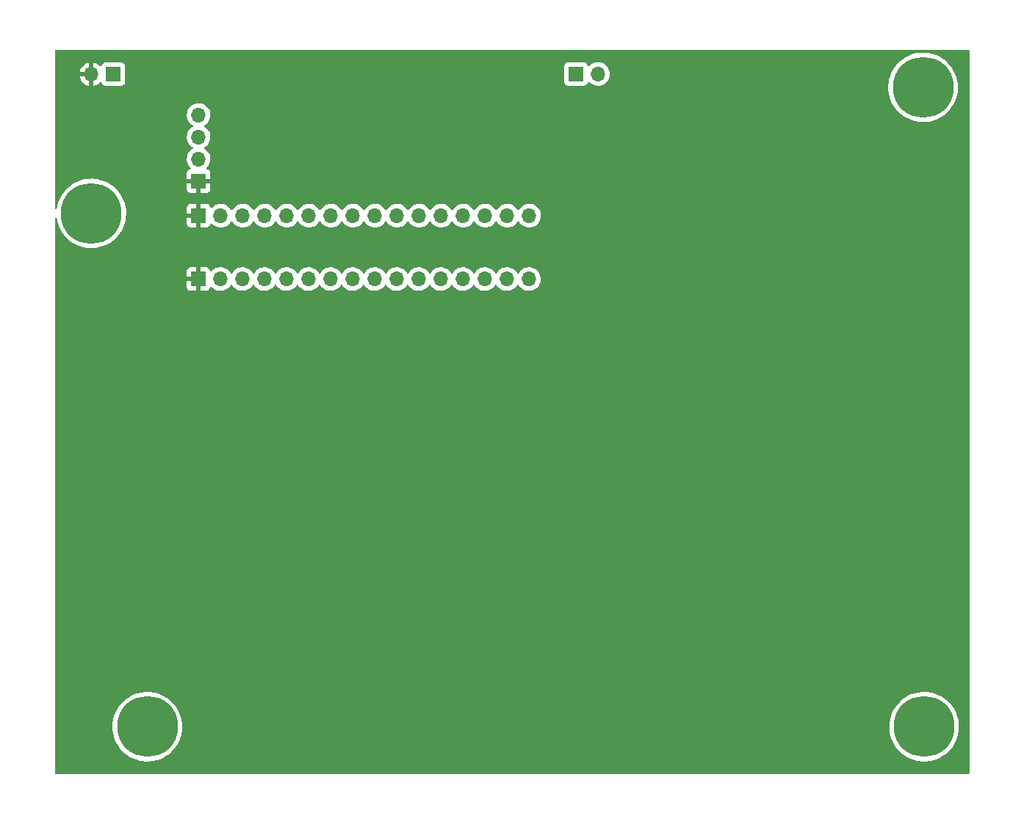
<source format=gtl>
%TF.GenerationSoftware,KiCad,Pcbnew,(6.0.10)*%
%TF.CreationDate,2023-02-06T13:45:08-03:00*%
%TF.ProjectId,UserInterface_HW,55736572-496e-4746-9572-666163655f48,rev?*%
%TF.SameCoordinates,Original*%
%TF.FileFunction,Copper,L1,Top*%
%TF.FilePolarity,Positive*%
%FSLAX46Y46*%
G04 Gerber Fmt 4.6, Leading zero omitted, Abs format (unit mm)*
G04 Created by KiCad (PCBNEW (6.0.10)) date 2023-02-06 13:45:08*
%MOMM*%
%LPD*%
G01*
G04 APERTURE LIST*
%TA.AperFunction,ComponentPad*%
%ADD10R,1.700000X1.700000*%
%TD*%
%TA.AperFunction,ComponentPad*%
%ADD11O,1.700000X1.700000*%
%TD*%
%TA.AperFunction,ComponentPad*%
%ADD12C,7.000000*%
%TD*%
G04 APERTURE END LIST*
D10*
%TO.P,U2,1,VSS*%
%TO.N,GNDD*%
X96690200Y-67208400D03*
D11*
%TO.P,U2,2,VDD*%
%TO.N,/VDD_DISP*%
X99230200Y-67208400D03*
%TO.P,U2,3,VO*%
%TO.N,/VO*%
X101770200Y-67208400D03*
%TO.P,U2,4,RS*%
%TO.N,/RS*%
X104310200Y-67208400D03*
%TO.P,U2,5,R/~{W}*%
%TO.N,/R{slash}~{W}*%
X106850200Y-67208400D03*
%TO.P,U2,6,E*%
%TO.N,/E*%
X109390200Y-67208400D03*
%TO.P,U2,7,DB0*%
%TO.N,Net-(U1-Pad7)*%
X111930200Y-67208400D03*
%TO.P,U2,8,DB1*%
%TO.N,Net-(U1-Pad8)*%
X114470200Y-67208400D03*
%TO.P,U2,9,DB2*%
%TO.N,Net-(U1-Pad9)*%
X117010200Y-67208400D03*
%TO.P,U2,10,DB3*%
%TO.N,Net-(U1-Pad10)*%
X119550200Y-67208400D03*
%TO.P,U2,11,DB4*%
%TO.N,Net-(U1-Pad11)*%
X122090200Y-67208400D03*
%TO.P,U2,12,DB5*%
%TO.N,Net-(U1-Pad12)*%
X124630200Y-67208400D03*
%TO.P,U2,13,DB6*%
%TO.N,Net-(U1-Pad13)*%
X127170200Y-67208400D03*
%TO.P,U2,14,DB7*%
%TO.N,Net-(U1-Pad14)*%
X129710200Y-67208400D03*
%TO.P,U2,15,A/VEE*%
%TO.N,/LED_AN*%
X132250200Y-67208400D03*
%TO.P,U2,16,K*%
%TO.N,/LED_CAT*%
X134790200Y-67208400D03*
%TD*%
D10*
%TO.P,J1,1,Pin_1*%
%TO.N,+5V*%
X86900000Y-43575000D03*
D11*
%TO.P,J1,2,Pin_2*%
%TO.N,GNDD*%
X84360000Y-43575000D03*
%TD*%
D12*
%TO.P,,1*%
%TO.N,N/C*%
X84353400Y-59639200D03*
%TD*%
%TO.P,REF\u002A\u002A,1*%
%TO.N,N/C*%
X180213000Y-45085000D03*
%TD*%
D10*
%TO.P,U1,1,VSS_DISP*%
%TO.N,GNDD*%
X96715100Y-59887500D03*
D11*
%TO.P,U1,2,VDD_DISP*%
%TO.N,/VDD_DISP*%
X99255100Y-59887500D03*
%TO.P,U1,3,VO*%
%TO.N,/VO*%
X101795100Y-59887500D03*
%TO.P,U1,4,RS*%
%TO.N,/RS*%
X104335100Y-59887500D03*
%TO.P,U1,5,R/~{W}*%
%TO.N,/R{slash}~{W}*%
X106875100Y-59887500D03*
%TO.P,U1,6,E*%
%TO.N,/E*%
X109415100Y-59887500D03*
%TO.P,U1,7,DB0*%
%TO.N,Net-(U1-Pad7)*%
X111955100Y-59887500D03*
%TO.P,U1,8,DB1*%
%TO.N,Net-(U1-Pad8)*%
X114495100Y-59887500D03*
%TO.P,U1,9,DB2*%
%TO.N,Net-(U1-Pad9)*%
X117035100Y-59887500D03*
%TO.P,U1,10,DB3*%
%TO.N,Net-(U1-Pad10)*%
X119575100Y-59887500D03*
%TO.P,U1,11,DB4*%
%TO.N,Net-(U1-Pad11)*%
X122115100Y-59887500D03*
%TO.P,U1,12,DB5*%
%TO.N,Net-(U1-Pad12)*%
X124655100Y-59887500D03*
%TO.P,U1,13,DB6*%
%TO.N,Net-(U1-Pad13)*%
X127195100Y-59887500D03*
%TO.P,U1,14,DB7*%
%TO.N,Net-(U1-Pad14)*%
X129735100Y-59887500D03*
%TO.P,U1,15,A*%
%TO.N,/LED_AN*%
X132275100Y-59887500D03*
%TO.P,U1,16,K*%
%TO.N,/LED_CAT*%
X134815100Y-59887500D03*
%TO.P,U1,17,SCL*%
%TO.N,/SCL*%
X96715100Y-48276300D03*
%TO.P,U1,18,SDA*%
%TO.N,/SDA*%
X96715100Y-50816300D03*
%TO.P,U1,19,VDD*%
%TO.N,+5V*%
X96715100Y-53356300D03*
D10*
%TO.P,U1,20,VSS*%
%TO.N,GNDD*%
X96715100Y-55896300D03*
%TD*%
%TO.P,J2,1,Pin_1*%
%TO.N,/SCL*%
X140200000Y-43550000D03*
D11*
%TO.P,J2,2,Pin_2*%
%TO.N,/SDA*%
X142740000Y-43550000D03*
%TD*%
D12*
%TO.P,,1*%
%TO.N,N/C*%
X180340000Y-118872000D03*
%TD*%
%TO.P,,1*%
%TO.N,N/C*%
X90805000Y-118872000D03*
%TD*%
%TA.AperFunction,Conductor*%
%TO.N,GNDD*%
G36*
X185488621Y-40787502D02*
G01*
X185535114Y-40841158D01*
X185546500Y-40893500D01*
X185546500Y-124206500D01*
X185526498Y-124274621D01*
X185472842Y-124321114D01*
X185420500Y-124332500D01*
X80263500Y-124332500D01*
X80195379Y-124312498D01*
X80148886Y-124258842D01*
X80137500Y-124206500D01*
X80137500Y-118815965D01*
X86792057Y-118815965D01*
X86805741Y-119207827D01*
X86857599Y-119596484D01*
X86947136Y-119978225D01*
X87073496Y-120349407D01*
X87235475Y-120706487D01*
X87431525Y-121046056D01*
X87433314Y-121048554D01*
X87433316Y-121048558D01*
X87533047Y-121187860D01*
X87659776Y-121364874D01*
X87918049Y-121659896D01*
X88203878Y-121928308D01*
X88514536Y-122167546D01*
X88517139Y-122169173D01*
X88517144Y-122169176D01*
X88636576Y-122243805D01*
X88847056Y-122375328D01*
X89198266Y-122549670D01*
X89564812Y-122688907D01*
X89943195Y-122791712D01*
X90241419Y-122842153D01*
X90326783Y-122856591D01*
X90326786Y-122856591D01*
X90329805Y-122857102D01*
X90484444Y-122867916D01*
X90717885Y-122884240D01*
X90717893Y-122884240D01*
X90720951Y-122884454D01*
X90973037Y-122877413D01*
X91109825Y-122873592D01*
X91109828Y-122873592D01*
X91112899Y-122873506D01*
X91115952Y-122873120D01*
X91115956Y-122873120D01*
X91257576Y-122855229D01*
X91501908Y-122824362D01*
X91504912Y-122823680D01*
X91504915Y-122823679D01*
X91881269Y-122738174D01*
X91881275Y-122738172D01*
X91884265Y-122737493D01*
X91887184Y-122736522D01*
X92253396Y-122614700D01*
X92253402Y-122614698D01*
X92256320Y-122613727D01*
X92397735Y-122550765D01*
X92611722Y-122455492D01*
X92611728Y-122455489D01*
X92614522Y-122454245D01*
X92617191Y-122452729D01*
X92952784Y-122262086D01*
X92952790Y-122262083D01*
X92955452Y-122260570D01*
X93275855Y-122034550D01*
X93572674Y-121778344D01*
X93843074Y-121494395D01*
X94084475Y-121185415D01*
X94294574Y-120854354D01*
X94471363Y-120504370D01*
X94531469Y-120349407D01*
X94612041Y-120141681D01*
X94612044Y-120141672D01*
X94613156Y-120138805D01*
X94718600Y-119761148D01*
X94786688Y-119375004D01*
X94816769Y-118984059D01*
X94818334Y-118872000D01*
X94815594Y-118815965D01*
X176327057Y-118815965D01*
X176340741Y-119207827D01*
X176392599Y-119596484D01*
X176482136Y-119978225D01*
X176608496Y-120349407D01*
X176770475Y-120706487D01*
X176966525Y-121046056D01*
X176968314Y-121048554D01*
X176968316Y-121048558D01*
X177068047Y-121187860D01*
X177194776Y-121364874D01*
X177453049Y-121659896D01*
X177738878Y-121928308D01*
X178049536Y-122167546D01*
X178052139Y-122169173D01*
X178052144Y-122169176D01*
X178171576Y-122243805D01*
X178382056Y-122375328D01*
X178733266Y-122549670D01*
X179099812Y-122688907D01*
X179478195Y-122791712D01*
X179776419Y-122842153D01*
X179861783Y-122856591D01*
X179861786Y-122856591D01*
X179864805Y-122857102D01*
X180019444Y-122867916D01*
X180252885Y-122884240D01*
X180252893Y-122884240D01*
X180255951Y-122884454D01*
X180508037Y-122877413D01*
X180644825Y-122873592D01*
X180644828Y-122873592D01*
X180647899Y-122873506D01*
X180650952Y-122873120D01*
X180650956Y-122873120D01*
X180792576Y-122855229D01*
X181036908Y-122824362D01*
X181039912Y-122823680D01*
X181039915Y-122823679D01*
X181416269Y-122738174D01*
X181416275Y-122738172D01*
X181419265Y-122737493D01*
X181422184Y-122736522D01*
X181788396Y-122614700D01*
X181788402Y-122614698D01*
X181791320Y-122613727D01*
X181932735Y-122550765D01*
X182146722Y-122455492D01*
X182146728Y-122455489D01*
X182149522Y-122454245D01*
X182152191Y-122452729D01*
X182487784Y-122262086D01*
X182487790Y-122262083D01*
X182490452Y-122260570D01*
X182810855Y-122034550D01*
X183107674Y-121778344D01*
X183378074Y-121494395D01*
X183619475Y-121185415D01*
X183829574Y-120854354D01*
X184006363Y-120504370D01*
X184066469Y-120349407D01*
X184147041Y-120141681D01*
X184147044Y-120141672D01*
X184148156Y-120138805D01*
X184253600Y-119761148D01*
X184321688Y-119375004D01*
X184351769Y-118984059D01*
X184353334Y-118872000D01*
X184350594Y-118815965D01*
X184334330Y-118483440D01*
X184334180Y-118480367D01*
X184276901Y-118092473D01*
X184182043Y-117712019D01*
X184050512Y-117342637D01*
X183883564Y-116987854D01*
X183881997Y-116985225D01*
X183881992Y-116985216D01*
X183684361Y-116653689D01*
X183682791Y-116651055D01*
X183680977Y-116648595D01*
X183680972Y-116648587D01*
X183451933Y-116337926D01*
X183451931Y-116337923D01*
X183450111Y-116335455D01*
X183187744Y-116044068D01*
X182898195Y-115779673D01*
X182584228Y-115544795D01*
X182536015Y-115515596D01*
X182251467Y-115343267D01*
X182251458Y-115343262D01*
X182248839Y-115341676D01*
X181895229Y-115172255D01*
X181892339Y-115171203D01*
X181892334Y-115171201D01*
X181529674Y-115039204D01*
X181529671Y-115039203D01*
X181526775Y-115038149D01*
X181250563Y-114967229D01*
X181149977Y-114941403D01*
X181149974Y-114941402D01*
X181146993Y-114940637D01*
X180759508Y-114880651D01*
X180368018Y-114858764D01*
X180364939Y-114858893D01*
X180364936Y-114858893D01*
X180109188Y-114869612D01*
X179976261Y-114875183D01*
X179973217Y-114875611D01*
X179973215Y-114875611D01*
X179762778Y-114905186D01*
X179587976Y-114929753D01*
X179206869Y-115021953D01*
X178836579Y-115150902D01*
X178480638Y-115315369D01*
X178142446Y-115513785D01*
X177982444Y-115630033D01*
X177827711Y-115742453D01*
X177827705Y-115742458D01*
X177825230Y-115744256D01*
X177822944Y-115746285D01*
X177822941Y-115746288D01*
X177743123Y-115817154D01*
X177532017Y-116004583D01*
X177529938Y-116006828D01*
X177529931Y-116006835D01*
X177267694Y-116290026D01*
X177265608Y-116292279D01*
X177028544Y-116604599D01*
X176823089Y-116938562D01*
X176651203Y-117290980D01*
X176514527Y-117658489D01*
X176414367Y-118037581D01*
X176351677Y-118424638D01*
X176351483Y-118427718D01*
X176351483Y-118427720D01*
X176347978Y-118483440D01*
X176327057Y-118815965D01*
X94815594Y-118815965D01*
X94799330Y-118483440D01*
X94799180Y-118480367D01*
X94741901Y-118092473D01*
X94647043Y-117712019D01*
X94515512Y-117342637D01*
X94348564Y-116987854D01*
X94346997Y-116985225D01*
X94346992Y-116985216D01*
X94149361Y-116653689D01*
X94147791Y-116651055D01*
X94145977Y-116648595D01*
X94145972Y-116648587D01*
X93916933Y-116337926D01*
X93916931Y-116337923D01*
X93915111Y-116335455D01*
X93652744Y-116044068D01*
X93363195Y-115779673D01*
X93049228Y-115544795D01*
X93001015Y-115515596D01*
X92716467Y-115343267D01*
X92716458Y-115343262D01*
X92713839Y-115341676D01*
X92360229Y-115172255D01*
X92357339Y-115171203D01*
X92357334Y-115171201D01*
X91994674Y-115039204D01*
X91994671Y-115039203D01*
X91991775Y-115038149D01*
X91715563Y-114967229D01*
X91614977Y-114941403D01*
X91614974Y-114941402D01*
X91611993Y-114940637D01*
X91224508Y-114880651D01*
X90833018Y-114858764D01*
X90829939Y-114858893D01*
X90829936Y-114858893D01*
X90574188Y-114869612D01*
X90441261Y-114875183D01*
X90438217Y-114875611D01*
X90438215Y-114875611D01*
X90227778Y-114905186D01*
X90052976Y-114929753D01*
X89671869Y-115021953D01*
X89301579Y-115150902D01*
X88945638Y-115315369D01*
X88607446Y-115513785D01*
X88447444Y-115630033D01*
X88292711Y-115742453D01*
X88292705Y-115742458D01*
X88290230Y-115744256D01*
X88287944Y-115746285D01*
X88287941Y-115746288D01*
X88208123Y-115817154D01*
X87997017Y-116004583D01*
X87994938Y-116006828D01*
X87994931Y-116006835D01*
X87732694Y-116290026D01*
X87730608Y-116292279D01*
X87493544Y-116604599D01*
X87288089Y-116938562D01*
X87116203Y-117290980D01*
X86979527Y-117658489D01*
X86879367Y-118037581D01*
X86816677Y-118424638D01*
X86816483Y-118427718D01*
X86816483Y-118427720D01*
X86812978Y-118483440D01*
X86792057Y-118815965D01*
X80137500Y-118815965D01*
X80137500Y-68103069D01*
X95332201Y-68103069D01*
X95332571Y-68109890D01*
X95338095Y-68160752D01*
X95341721Y-68176004D01*
X95386876Y-68296454D01*
X95395414Y-68312049D01*
X95471915Y-68414124D01*
X95484476Y-68426685D01*
X95586551Y-68503186D01*
X95602146Y-68511724D01*
X95722594Y-68556878D01*
X95737849Y-68560505D01*
X95788714Y-68566031D01*
X95795528Y-68566400D01*
X96418085Y-68566400D01*
X96433324Y-68561925D01*
X96434529Y-68560535D01*
X96436200Y-68552852D01*
X96436200Y-68548284D01*
X96944200Y-68548284D01*
X96948675Y-68563523D01*
X96950065Y-68564728D01*
X96957748Y-68566399D01*
X97584869Y-68566399D01*
X97591690Y-68566029D01*
X97642552Y-68560505D01*
X97657804Y-68556879D01*
X97778254Y-68511724D01*
X97793849Y-68503186D01*
X97895924Y-68426685D01*
X97908485Y-68414124D01*
X97984986Y-68312049D01*
X97993524Y-68296454D01*
X98034425Y-68187352D01*
X98077067Y-68130588D01*
X98143628Y-68105888D01*
X98212977Y-68121096D01*
X98247644Y-68149084D01*
X98273065Y-68178431D01*
X98273069Y-68178435D01*
X98276450Y-68182338D01*
X98448326Y-68325032D01*
X98641200Y-68437738D01*
X98849892Y-68517430D01*
X98854960Y-68518461D01*
X98854963Y-68518462D01*
X98962217Y-68540283D01*
X99068797Y-68561967D01*
X99073972Y-68562157D01*
X99073974Y-68562157D01*
X99286873Y-68569964D01*
X99286877Y-68569964D01*
X99292037Y-68570153D01*
X99297157Y-68569497D01*
X99297159Y-68569497D01*
X99508488Y-68542425D01*
X99508489Y-68542425D01*
X99513616Y-68541768D01*
X99518566Y-68540283D01*
X99722629Y-68479061D01*
X99722634Y-68479059D01*
X99727584Y-68477574D01*
X99928194Y-68379296D01*
X100110060Y-68249573D01*
X100268296Y-68091889D01*
X100398653Y-67910477D01*
X100399976Y-67911428D01*
X100446845Y-67868257D01*
X100516780Y-67856025D01*
X100582226Y-67883544D01*
X100610075Y-67915394D01*
X100670187Y-68013488D01*
X100816450Y-68182338D01*
X100988326Y-68325032D01*
X101181200Y-68437738D01*
X101389892Y-68517430D01*
X101394960Y-68518461D01*
X101394963Y-68518462D01*
X101502217Y-68540283D01*
X101608797Y-68561967D01*
X101613972Y-68562157D01*
X101613974Y-68562157D01*
X101826873Y-68569964D01*
X101826877Y-68569964D01*
X101832037Y-68570153D01*
X101837157Y-68569497D01*
X101837159Y-68569497D01*
X102048488Y-68542425D01*
X102048489Y-68542425D01*
X102053616Y-68541768D01*
X102058566Y-68540283D01*
X102262629Y-68479061D01*
X102262634Y-68479059D01*
X102267584Y-68477574D01*
X102468194Y-68379296D01*
X102650060Y-68249573D01*
X102808296Y-68091889D01*
X102938653Y-67910477D01*
X102939976Y-67911428D01*
X102986845Y-67868257D01*
X103056780Y-67856025D01*
X103122226Y-67883544D01*
X103150075Y-67915394D01*
X103210187Y-68013488D01*
X103356450Y-68182338D01*
X103528326Y-68325032D01*
X103721200Y-68437738D01*
X103929892Y-68517430D01*
X103934960Y-68518461D01*
X103934963Y-68518462D01*
X104042217Y-68540283D01*
X104148797Y-68561967D01*
X104153972Y-68562157D01*
X104153974Y-68562157D01*
X104366873Y-68569964D01*
X104366877Y-68569964D01*
X104372037Y-68570153D01*
X104377157Y-68569497D01*
X104377159Y-68569497D01*
X104588488Y-68542425D01*
X104588489Y-68542425D01*
X104593616Y-68541768D01*
X104598566Y-68540283D01*
X104802629Y-68479061D01*
X104802634Y-68479059D01*
X104807584Y-68477574D01*
X105008194Y-68379296D01*
X105190060Y-68249573D01*
X105348296Y-68091889D01*
X105478653Y-67910477D01*
X105479976Y-67911428D01*
X105526845Y-67868257D01*
X105596780Y-67856025D01*
X105662226Y-67883544D01*
X105690075Y-67915394D01*
X105750187Y-68013488D01*
X105896450Y-68182338D01*
X106068326Y-68325032D01*
X106261200Y-68437738D01*
X106469892Y-68517430D01*
X106474960Y-68518461D01*
X106474963Y-68518462D01*
X106582217Y-68540283D01*
X106688797Y-68561967D01*
X106693972Y-68562157D01*
X106693974Y-68562157D01*
X106906873Y-68569964D01*
X106906877Y-68569964D01*
X106912037Y-68570153D01*
X106917157Y-68569497D01*
X106917159Y-68569497D01*
X107128488Y-68542425D01*
X107128489Y-68542425D01*
X107133616Y-68541768D01*
X107138566Y-68540283D01*
X107342629Y-68479061D01*
X107342634Y-68479059D01*
X107347584Y-68477574D01*
X107548194Y-68379296D01*
X107730060Y-68249573D01*
X107888296Y-68091889D01*
X108018653Y-67910477D01*
X108019976Y-67911428D01*
X108066845Y-67868257D01*
X108136780Y-67856025D01*
X108202226Y-67883544D01*
X108230075Y-67915394D01*
X108290187Y-68013488D01*
X108436450Y-68182338D01*
X108608326Y-68325032D01*
X108801200Y-68437738D01*
X109009892Y-68517430D01*
X109014960Y-68518461D01*
X109014963Y-68518462D01*
X109122217Y-68540283D01*
X109228797Y-68561967D01*
X109233972Y-68562157D01*
X109233974Y-68562157D01*
X109446873Y-68569964D01*
X109446877Y-68569964D01*
X109452037Y-68570153D01*
X109457157Y-68569497D01*
X109457159Y-68569497D01*
X109668488Y-68542425D01*
X109668489Y-68542425D01*
X109673616Y-68541768D01*
X109678566Y-68540283D01*
X109882629Y-68479061D01*
X109882634Y-68479059D01*
X109887584Y-68477574D01*
X110088194Y-68379296D01*
X110270060Y-68249573D01*
X110428296Y-68091889D01*
X110558653Y-67910477D01*
X110559976Y-67911428D01*
X110606845Y-67868257D01*
X110676780Y-67856025D01*
X110742226Y-67883544D01*
X110770075Y-67915394D01*
X110830187Y-68013488D01*
X110976450Y-68182338D01*
X111148326Y-68325032D01*
X111341200Y-68437738D01*
X111549892Y-68517430D01*
X111554960Y-68518461D01*
X111554963Y-68518462D01*
X111662217Y-68540283D01*
X111768797Y-68561967D01*
X111773972Y-68562157D01*
X111773974Y-68562157D01*
X111986873Y-68569964D01*
X111986877Y-68569964D01*
X111992037Y-68570153D01*
X111997157Y-68569497D01*
X111997159Y-68569497D01*
X112208488Y-68542425D01*
X112208489Y-68542425D01*
X112213616Y-68541768D01*
X112218566Y-68540283D01*
X112422629Y-68479061D01*
X112422634Y-68479059D01*
X112427584Y-68477574D01*
X112628194Y-68379296D01*
X112810060Y-68249573D01*
X112968296Y-68091889D01*
X113098653Y-67910477D01*
X113099976Y-67911428D01*
X113146845Y-67868257D01*
X113216780Y-67856025D01*
X113282226Y-67883544D01*
X113310075Y-67915394D01*
X113370187Y-68013488D01*
X113516450Y-68182338D01*
X113688326Y-68325032D01*
X113881200Y-68437738D01*
X114089892Y-68517430D01*
X114094960Y-68518461D01*
X114094963Y-68518462D01*
X114202217Y-68540283D01*
X114308797Y-68561967D01*
X114313972Y-68562157D01*
X114313974Y-68562157D01*
X114526873Y-68569964D01*
X114526877Y-68569964D01*
X114532037Y-68570153D01*
X114537157Y-68569497D01*
X114537159Y-68569497D01*
X114748488Y-68542425D01*
X114748489Y-68542425D01*
X114753616Y-68541768D01*
X114758566Y-68540283D01*
X114962629Y-68479061D01*
X114962634Y-68479059D01*
X114967584Y-68477574D01*
X115168194Y-68379296D01*
X115350060Y-68249573D01*
X115508296Y-68091889D01*
X115638653Y-67910477D01*
X115639976Y-67911428D01*
X115686845Y-67868257D01*
X115756780Y-67856025D01*
X115822226Y-67883544D01*
X115850075Y-67915394D01*
X115910187Y-68013488D01*
X116056450Y-68182338D01*
X116228326Y-68325032D01*
X116421200Y-68437738D01*
X116629892Y-68517430D01*
X116634960Y-68518461D01*
X116634963Y-68518462D01*
X116742217Y-68540283D01*
X116848797Y-68561967D01*
X116853972Y-68562157D01*
X116853974Y-68562157D01*
X117066873Y-68569964D01*
X117066877Y-68569964D01*
X117072037Y-68570153D01*
X117077157Y-68569497D01*
X117077159Y-68569497D01*
X117288488Y-68542425D01*
X117288489Y-68542425D01*
X117293616Y-68541768D01*
X117298566Y-68540283D01*
X117502629Y-68479061D01*
X117502634Y-68479059D01*
X117507584Y-68477574D01*
X117708194Y-68379296D01*
X117890060Y-68249573D01*
X118048296Y-68091889D01*
X118178653Y-67910477D01*
X118179976Y-67911428D01*
X118226845Y-67868257D01*
X118296780Y-67856025D01*
X118362226Y-67883544D01*
X118390075Y-67915394D01*
X118450187Y-68013488D01*
X118596450Y-68182338D01*
X118768326Y-68325032D01*
X118961200Y-68437738D01*
X119169892Y-68517430D01*
X119174960Y-68518461D01*
X119174963Y-68518462D01*
X119282217Y-68540283D01*
X119388797Y-68561967D01*
X119393972Y-68562157D01*
X119393974Y-68562157D01*
X119606873Y-68569964D01*
X119606877Y-68569964D01*
X119612037Y-68570153D01*
X119617157Y-68569497D01*
X119617159Y-68569497D01*
X119828488Y-68542425D01*
X119828489Y-68542425D01*
X119833616Y-68541768D01*
X119838566Y-68540283D01*
X120042629Y-68479061D01*
X120042634Y-68479059D01*
X120047584Y-68477574D01*
X120248194Y-68379296D01*
X120430060Y-68249573D01*
X120588296Y-68091889D01*
X120718653Y-67910477D01*
X120719976Y-67911428D01*
X120766845Y-67868257D01*
X120836780Y-67856025D01*
X120902226Y-67883544D01*
X120930075Y-67915394D01*
X120990187Y-68013488D01*
X121136450Y-68182338D01*
X121308326Y-68325032D01*
X121501200Y-68437738D01*
X121709892Y-68517430D01*
X121714960Y-68518461D01*
X121714963Y-68518462D01*
X121822217Y-68540283D01*
X121928797Y-68561967D01*
X121933972Y-68562157D01*
X121933974Y-68562157D01*
X122146873Y-68569964D01*
X122146877Y-68569964D01*
X122152037Y-68570153D01*
X122157157Y-68569497D01*
X122157159Y-68569497D01*
X122368488Y-68542425D01*
X122368489Y-68542425D01*
X122373616Y-68541768D01*
X122378566Y-68540283D01*
X122582629Y-68479061D01*
X122582634Y-68479059D01*
X122587584Y-68477574D01*
X122788194Y-68379296D01*
X122970060Y-68249573D01*
X123128296Y-68091889D01*
X123258653Y-67910477D01*
X123259976Y-67911428D01*
X123306845Y-67868257D01*
X123376780Y-67856025D01*
X123442226Y-67883544D01*
X123470075Y-67915394D01*
X123530187Y-68013488D01*
X123676450Y-68182338D01*
X123848326Y-68325032D01*
X124041200Y-68437738D01*
X124249892Y-68517430D01*
X124254960Y-68518461D01*
X124254963Y-68518462D01*
X124362217Y-68540283D01*
X124468797Y-68561967D01*
X124473972Y-68562157D01*
X124473974Y-68562157D01*
X124686873Y-68569964D01*
X124686877Y-68569964D01*
X124692037Y-68570153D01*
X124697157Y-68569497D01*
X124697159Y-68569497D01*
X124908488Y-68542425D01*
X124908489Y-68542425D01*
X124913616Y-68541768D01*
X124918566Y-68540283D01*
X125122629Y-68479061D01*
X125122634Y-68479059D01*
X125127584Y-68477574D01*
X125328194Y-68379296D01*
X125510060Y-68249573D01*
X125668296Y-68091889D01*
X125798653Y-67910477D01*
X125799976Y-67911428D01*
X125846845Y-67868257D01*
X125916780Y-67856025D01*
X125982226Y-67883544D01*
X126010075Y-67915394D01*
X126070187Y-68013488D01*
X126216450Y-68182338D01*
X126388326Y-68325032D01*
X126581200Y-68437738D01*
X126789892Y-68517430D01*
X126794960Y-68518461D01*
X126794963Y-68518462D01*
X126902217Y-68540283D01*
X127008797Y-68561967D01*
X127013972Y-68562157D01*
X127013974Y-68562157D01*
X127226873Y-68569964D01*
X127226877Y-68569964D01*
X127232037Y-68570153D01*
X127237157Y-68569497D01*
X127237159Y-68569497D01*
X127448488Y-68542425D01*
X127448489Y-68542425D01*
X127453616Y-68541768D01*
X127458566Y-68540283D01*
X127662629Y-68479061D01*
X127662634Y-68479059D01*
X127667584Y-68477574D01*
X127868194Y-68379296D01*
X128050060Y-68249573D01*
X128208296Y-68091889D01*
X128338653Y-67910477D01*
X128339976Y-67911428D01*
X128386845Y-67868257D01*
X128456780Y-67856025D01*
X128522226Y-67883544D01*
X128550075Y-67915394D01*
X128610187Y-68013488D01*
X128756450Y-68182338D01*
X128928326Y-68325032D01*
X129121200Y-68437738D01*
X129329892Y-68517430D01*
X129334960Y-68518461D01*
X129334963Y-68518462D01*
X129442217Y-68540283D01*
X129548797Y-68561967D01*
X129553972Y-68562157D01*
X129553974Y-68562157D01*
X129766873Y-68569964D01*
X129766877Y-68569964D01*
X129772037Y-68570153D01*
X129777157Y-68569497D01*
X129777159Y-68569497D01*
X129988488Y-68542425D01*
X129988489Y-68542425D01*
X129993616Y-68541768D01*
X129998566Y-68540283D01*
X130202629Y-68479061D01*
X130202634Y-68479059D01*
X130207584Y-68477574D01*
X130408194Y-68379296D01*
X130590060Y-68249573D01*
X130748296Y-68091889D01*
X130878653Y-67910477D01*
X130879976Y-67911428D01*
X130926845Y-67868257D01*
X130996780Y-67856025D01*
X131062226Y-67883544D01*
X131090075Y-67915394D01*
X131150187Y-68013488D01*
X131296450Y-68182338D01*
X131468326Y-68325032D01*
X131661200Y-68437738D01*
X131869892Y-68517430D01*
X131874960Y-68518461D01*
X131874963Y-68518462D01*
X131982217Y-68540283D01*
X132088797Y-68561967D01*
X132093972Y-68562157D01*
X132093974Y-68562157D01*
X132306873Y-68569964D01*
X132306877Y-68569964D01*
X132312037Y-68570153D01*
X132317157Y-68569497D01*
X132317159Y-68569497D01*
X132528488Y-68542425D01*
X132528489Y-68542425D01*
X132533616Y-68541768D01*
X132538566Y-68540283D01*
X132742629Y-68479061D01*
X132742634Y-68479059D01*
X132747584Y-68477574D01*
X132948194Y-68379296D01*
X133130060Y-68249573D01*
X133288296Y-68091889D01*
X133418653Y-67910477D01*
X133419976Y-67911428D01*
X133466845Y-67868257D01*
X133536780Y-67856025D01*
X133602226Y-67883544D01*
X133630075Y-67915394D01*
X133690187Y-68013488D01*
X133836450Y-68182338D01*
X134008326Y-68325032D01*
X134201200Y-68437738D01*
X134409892Y-68517430D01*
X134414960Y-68518461D01*
X134414963Y-68518462D01*
X134522217Y-68540283D01*
X134628797Y-68561967D01*
X134633972Y-68562157D01*
X134633974Y-68562157D01*
X134846873Y-68569964D01*
X134846877Y-68569964D01*
X134852037Y-68570153D01*
X134857157Y-68569497D01*
X134857159Y-68569497D01*
X135068488Y-68542425D01*
X135068489Y-68542425D01*
X135073616Y-68541768D01*
X135078566Y-68540283D01*
X135282629Y-68479061D01*
X135282634Y-68479059D01*
X135287584Y-68477574D01*
X135488194Y-68379296D01*
X135670060Y-68249573D01*
X135828296Y-68091889D01*
X135958653Y-67910477D01*
X135979520Y-67868257D01*
X136055336Y-67714853D01*
X136055337Y-67714851D01*
X136057630Y-67710211D01*
X136122570Y-67496469D01*
X136151729Y-67274990D01*
X136153356Y-67208400D01*
X136135052Y-66985761D01*
X136080631Y-66769102D01*
X135991554Y-66564240D01*
X135870214Y-66376677D01*
X135719870Y-66211451D01*
X135715819Y-66208252D01*
X135715815Y-66208248D01*
X135548614Y-66076200D01*
X135548610Y-66076198D01*
X135544559Y-66072998D01*
X135348989Y-65965038D01*
X135344120Y-65963314D01*
X135344116Y-65963312D01*
X135143287Y-65892195D01*
X135143283Y-65892194D01*
X135138412Y-65890469D01*
X135133319Y-65889562D01*
X135133316Y-65889561D01*
X134923573Y-65852200D01*
X134923567Y-65852199D01*
X134918484Y-65851294D01*
X134844652Y-65850392D01*
X134700281Y-65848628D01*
X134700279Y-65848628D01*
X134695111Y-65848565D01*
X134474291Y-65882355D01*
X134261956Y-65951757D01*
X134063807Y-66054907D01*
X134059674Y-66058010D01*
X134059671Y-66058012D01*
X133976650Y-66120346D01*
X133885165Y-66189035D01*
X133730829Y-66350538D01*
X133623401Y-66508021D01*
X133568493Y-66553021D01*
X133497968Y-66561192D01*
X133434221Y-66529938D01*
X133413524Y-66505454D01*
X133333022Y-66381017D01*
X133333020Y-66381014D01*
X133330214Y-66376677D01*
X133179870Y-66211451D01*
X133175819Y-66208252D01*
X133175815Y-66208248D01*
X133008614Y-66076200D01*
X133008610Y-66076198D01*
X133004559Y-66072998D01*
X132808989Y-65965038D01*
X132804120Y-65963314D01*
X132804116Y-65963312D01*
X132603287Y-65892195D01*
X132603283Y-65892194D01*
X132598412Y-65890469D01*
X132593319Y-65889562D01*
X132593316Y-65889561D01*
X132383573Y-65852200D01*
X132383567Y-65852199D01*
X132378484Y-65851294D01*
X132304652Y-65850392D01*
X132160281Y-65848628D01*
X132160279Y-65848628D01*
X132155111Y-65848565D01*
X131934291Y-65882355D01*
X131721956Y-65951757D01*
X131523807Y-66054907D01*
X131519674Y-66058010D01*
X131519671Y-66058012D01*
X131436650Y-66120346D01*
X131345165Y-66189035D01*
X131190829Y-66350538D01*
X131083401Y-66508021D01*
X131028493Y-66553021D01*
X130957968Y-66561192D01*
X130894221Y-66529938D01*
X130873524Y-66505454D01*
X130793022Y-66381017D01*
X130793020Y-66381014D01*
X130790214Y-66376677D01*
X130639870Y-66211451D01*
X130635819Y-66208252D01*
X130635815Y-66208248D01*
X130468614Y-66076200D01*
X130468610Y-66076198D01*
X130464559Y-66072998D01*
X130268989Y-65965038D01*
X130264120Y-65963314D01*
X130264116Y-65963312D01*
X130063287Y-65892195D01*
X130063283Y-65892194D01*
X130058412Y-65890469D01*
X130053319Y-65889562D01*
X130053316Y-65889561D01*
X129843573Y-65852200D01*
X129843567Y-65852199D01*
X129838484Y-65851294D01*
X129764652Y-65850392D01*
X129620281Y-65848628D01*
X129620279Y-65848628D01*
X129615111Y-65848565D01*
X129394291Y-65882355D01*
X129181956Y-65951757D01*
X128983807Y-66054907D01*
X128979674Y-66058010D01*
X128979671Y-66058012D01*
X128896650Y-66120346D01*
X128805165Y-66189035D01*
X128650829Y-66350538D01*
X128543401Y-66508021D01*
X128488493Y-66553021D01*
X128417968Y-66561192D01*
X128354221Y-66529938D01*
X128333524Y-66505454D01*
X128253022Y-66381017D01*
X128253020Y-66381014D01*
X128250214Y-66376677D01*
X128099870Y-66211451D01*
X128095819Y-66208252D01*
X128095815Y-66208248D01*
X127928614Y-66076200D01*
X127928610Y-66076198D01*
X127924559Y-66072998D01*
X127728989Y-65965038D01*
X127724120Y-65963314D01*
X127724116Y-65963312D01*
X127523287Y-65892195D01*
X127523283Y-65892194D01*
X127518412Y-65890469D01*
X127513319Y-65889562D01*
X127513316Y-65889561D01*
X127303573Y-65852200D01*
X127303567Y-65852199D01*
X127298484Y-65851294D01*
X127224652Y-65850392D01*
X127080281Y-65848628D01*
X127080279Y-65848628D01*
X127075111Y-65848565D01*
X126854291Y-65882355D01*
X126641956Y-65951757D01*
X126443807Y-66054907D01*
X126439674Y-66058010D01*
X126439671Y-66058012D01*
X126356650Y-66120346D01*
X126265165Y-66189035D01*
X126110829Y-66350538D01*
X126003401Y-66508021D01*
X125948493Y-66553021D01*
X125877968Y-66561192D01*
X125814221Y-66529938D01*
X125793524Y-66505454D01*
X125713022Y-66381017D01*
X125713020Y-66381014D01*
X125710214Y-66376677D01*
X125559870Y-66211451D01*
X125555819Y-66208252D01*
X125555815Y-66208248D01*
X125388614Y-66076200D01*
X125388610Y-66076198D01*
X125384559Y-66072998D01*
X125188989Y-65965038D01*
X125184120Y-65963314D01*
X125184116Y-65963312D01*
X124983287Y-65892195D01*
X124983283Y-65892194D01*
X124978412Y-65890469D01*
X124973319Y-65889562D01*
X124973316Y-65889561D01*
X124763573Y-65852200D01*
X124763567Y-65852199D01*
X124758484Y-65851294D01*
X124684652Y-65850392D01*
X124540281Y-65848628D01*
X124540279Y-65848628D01*
X124535111Y-65848565D01*
X124314291Y-65882355D01*
X124101956Y-65951757D01*
X123903807Y-66054907D01*
X123899674Y-66058010D01*
X123899671Y-66058012D01*
X123816650Y-66120346D01*
X123725165Y-66189035D01*
X123570829Y-66350538D01*
X123463401Y-66508021D01*
X123408493Y-66553021D01*
X123337968Y-66561192D01*
X123274221Y-66529938D01*
X123253524Y-66505454D01*
X123173022Y-66381017D01*
X123173020Y-66381014D01*
X123170214Y-66376677D01*
X123019870Y-66211451D01*
X123015819Y-66208252D01*
X123015815Y-66208248D01*
X122848614Y-66076200D01*
X122848610Y-66076198D01*
X122844559Y-66072998D01*
X122648989Y-65965038D01*
X122644120Y-65963314D01*
X122644116Y-65963312D01*
X122443287Y-65892195D01*
X122443283Y-65892194D01*
X122438412Y-65890469D01*
X122433319Y-65889562D01*
X122433316Y-65889561D01*
X122223573Y-65852200D01*
X122223567Y-65852199D01*
X122218484Y-65851294D01*
X122144652Y-65850392D01*
X122000281Y-65848628D01*
X122000279Y-65848628D01*
X121995111Y-65848565D01*
X121774291Y-65882355D01*
X121561956Y-65951757D01*
X121363807Y-66054907D01*
X121359674Y-66058010D01*
X121359671Y-66058012D01*
X121276650Y-66120346D01*
X121185165Y-66189035D01*
X121030829Y-66350538D01*
X120923401Y-66508021D01*
X120868493Y-66553021D01*
X120797968Y-66561192D01*
X120734221Y-66529938D01*
X120713524Y-66505454D01*
X120633022Y-66381017D01*
X120633020Y-66381014D01*
X120630214Y-66376677D01*
X120479870Y-66211451D01*
X120475819Y-66208252D01*
X120475815Y-66208248D01*
X120308614Y-66076200D01*
X120308610Y-66076198D01*
X120304559Y-66072998D01*
X120108989Y-65965038D01*
X120104120Y-65963314D01*
X120104116Y-65963312D01*
X119903287Y-65892195D01*
X119903283Y-65892194D01*
X119898412Y-65890469D01*
X119893319Y-65889562D01*
X119893316Y-65889561D01*
X119683573Y-65852200D01*
X119683567Y-65852199D01*
X119678484Y-65851294D01*
X119604652Y-65850392D01*
X119460281Y-65848628D01*
X119460279Y-65848628D01*
X119455111Y-65848565D01*
X119234291Y-65882355D01*
X119021956Y-65951757D01*
X118823807Y-66054907D01*
X118819674Y-66058010D01*
X118819671Y-66058012D01*
X118736650Y-66120346D01*
X118645165Y-66189035D01*
X118490829Y-66350538D01*
X118383401Y-66508021D01*
X118328493Y-66553021D01*
X118257968Y-66561192D01*
X118194221Y-66529938D01*
X118173524Y-66505454D01*
X118093022Y-66381017D01*
X118093020Y-66381014D01*
X118090214Y-66376677D01*
X117939870Y-66211451D01*
X117935819Y-66208252D01*
X117935815Y-66208248D01*
X117768614Y-66076200D01*
X117768610Y-66076198D01*
X117764559Y-66072998D01*
X117568989Y-65965038D01*
X117564120Y-65963314D01*
X117564116Y-65963312D01*
X117363287Y-65892195D01*
X117363283Y-65892194D01*
X117358412Y-65890469D01*
X117353319Y-65889562D01*
X117353316Y-65889561D01*
X117143573Y-65852200D01*
X117143567Y-65852199D01*
X117138484Y-65851294D01*
X117064652Y-65850392D01*
X116920281Y-65848628D01*
X116920279Y-65848628D01*
X116915111Y-65848565D01*
X116694291Y-65882355D01*
X116481956Y-65951757D01*
X116283807Y-66054907D01*
X116279674Y-66058010D01*
X116279671Y-66058012D01*
X116196650Y-66120346D01*
X116105165Y-66189035D01*
X115950829Y-66350538D01*
X115843401Y-66508021D01*
X115788493Y-66553021D01*
X115717968Y-66561192D01*
X115654221Y-66529938D01*
X115633524Y-66505454D01*
X115553022Y-66381017D01*
X115553020Y-66381014D01*
X115550214Y-66376677D01*
X115399870Y-66211451D01*
X115395819Y-66208252D01*
X115395815Y-66208248D01*
X115228614Y-66076200D01*
X115228610Y-66076198D01*
X115224559Y-66072998D01*
X115028989Y-65965038D01*
X115024120Y-65963314D01*
X115024116Y-65963312D01*
X114823287Y-65892195D01*
X114823283Y-65892194D01*
X114818412Y-65890469D01*
X114813319Y-65889562D01*
X114813316Y-65889561D01*
X114603573Y-65852200D01*
X114603567Y-65852199D01*
X114598484Y-65851294D01*
X114524652Y-65850392D01*
X114380281Y-65848628D01*
X114380279Y-65848628D01*
X114375111Y-65848565D01*
X114154291Y-65882355D01*
X113941956Y-65951757D01*
X113743807Y-66054907D01*
X113739674Y-66058010D01*
X113739671Y-66058012D01*
X113656650Y-66120346D01*
X113565165Y-66189035D01*
X113410829Y-66350538D01*
X113303401Y-66508021D01*
X113248493Y-66553021D01*
X113177968Y-66561192D01*
X113114221Y-66529938D01*
X113093524Y-66505454D01*
X113013022Y-66381017D01*
X113013020Y-66381014D01*
X113010214Y-66376677D01*
X112859870Y-66211451D01*
X112855819Y-66208252D01*
X112855815Y-66208248D01*
X112688614Y-66076200D01*
X112688610Y-66076198D01*
X112684559Y-66072998D01*
X112488989Y-65965038D01*
X112484120Y-65963314D01*
X112484116Y-65963312D01*
X112283287Y-65892195D01*
X112283283Y-65892194D01*
X112278412Y-65890469D01*
X112273319Y-65889562D01*
X112273316Y-65889561D01*
X112063573Y-65852200D01*
X112063567Y-65852199D01*
X112058484Y-65851294D01*
X111984652Y-65850392D01*
X111840281Y-65848628D01*
X111840279Y-65848628D01*
X111835111Y-65848565D01*
X111614291Y-65882355D01*
X111401956Y-65951757D01*
X111203807Y-66054907D01*
X111199674Y-66058010D01*
X111199671Y-66058012D01*
X111116650Y-66120346D01*
X111025165Y-66189035D01*
X110870829Y-66350538D01*
X110763401Y-66508021D01*
X110708493Y-66553021D01*
X110637968Y-66561192D01*
X110574221Y-66529938D01*
X110553524Y-66505454D01*
X110473022Y-66381017D01*
X110473020Y-66381014D01*
X110470214Y-66376677D01*
X110319870Y-66211451D01*
X110315819Y-66208252D01*
X110315815Y-66208248D01*
X110148614Y-66076200D01*
X110148610Y-66076198D01*
X110144559Y-66072998D01*
X109948989Y-65965038D01*
X109944120Y-65963314D01*
X109944116Y-65963312D01*
X109743287Y-65892195D01*
X109743283Y-65892194D01*
X109738412Y-65890469D01*
X109733319Y-65889562D01*
X109733316Y-65889561D01*
X109523573Y-65852200D01*
X109523567Y-65852199D01*
X109518484Y-65851294D01*
X109444652Y-65850392D01*
X109300281Y-65848628D01*
X109300279Y-65848628D01*
X109295111Y-65848565D01*
X109074291Y-65882355D01*
X108861956Y-65951757D01*
X108663807Y-66054907D01*
X108659674Y-66058010D01*
X108659671Y-66058012D01*
X108576650Y-66120346D01*
X108485165Y-66189035D01*
X108330829Y-66350538D01*
X108223401Y-66508021D01*
X108168493Y-66553021D01*
X108097968Y-66561192D01*
X108034221Y-66529938D01*
X108013524Y-66505454D01*
X107933022Y-66381017D01*
X107933020Y-66381014D01*
X107930214Y-66376677D01*
X107779870Y-66211451D01*
X107775819Y-66208252D01*
X107775815Y-66208248D01*
X107608614Y-66076200D01*
X107608610Y-66076198D01*
X107604559Y-66072998D01*
X107408989Y-65965038D01*
X107404120Y-65963314D01*
X107404116Y-65963312D01*
X107203287Y-65892195D01*
X107203283Y-65892194D01*
X107198412Y-65890469D01*
X107193319Y-65889562D01*
X107193316Y-65889561D01*
X106983573Y-65852200D01*
X106983567Y-65852199D01*
X106978484Y-65851294D01*
X106904652Y-65850392D01*
X106760281Y-65848628D01*
X106760279Y-65848628D01*
X106755111Y-65848565D01*
X106534291Y-65882355D01*
X106321956Y-65951757D01*
X106123807Y-66054907D01*
X106119674Y-66058010D01*
X106119671Y-66058012D01*
X106036650Y-66120346D01*
X105945165Y-66189035D01*
X105790829Y-66350538D01*
X105683401Y-66508021D01*
X105628493Y-66553021D01*
X105557968Y-66561192D01*
X105494221Y-66529938D01*
X105473524Y-66505454D01*
X105393022Y-66381017D01*
X105393020Y-66381014D01*
X105390214Y-66376677D01*
X105239870Y-66211451D01*
X105235819Y-66208252D01*
X105235815Y-66208248D01*
X105068614Y-66076200D01*
X105068610Y-66076198D01*
X105064559Y-66072998D01*
X104868989Y-65965038D01*
X104864120Y-65963314D01*
X104864116Y-65963312D01*
X104663287Y-65892195D01*
X104663283Y-65892194D01*
X104658412Y-65890469D01*
X104653319Y-65889562D01*
X104653316Y-65889561D01*
X104443573Y-65852200D01*
X104443567Y-65852199D01*
X104438484Y-65851294D01*
X104364652Y-65850392D01*
X104220281Y-65848628D01*
X104220279Y-65848628D01*
X104215111Y-65848565D01*
X103994291Y-65882355D01*
X103781956Y-65951757D01*
X103583807Y-66054907D01*
X103579674Y-66058010D01*
X103579671Y-66058012D01*
X103496650Y-66120346D01*
X103405165Y-66189035D01*
X103250829Y-66350538D01*
X103143401Y-66508021D01*
X103088493Y-66553021D01*
X103017968Y-66561192D01*
X102954221Y-66529938D01*
X102933524Y-66505454D01*
X102853022Y-66381017D01*
X102853020Y-66381014D01*
X102850214Y-66376677D01*
X102699870Y-66211451D01*
X102695819Y-66208252D01*
X102695815Y-66208248D01*
X102528614Y-66076200D01*
X102528610Y-66076198D01*
X102524559Y-66072998D01*
X102328989Y-65965038D01*
X102324120Y-65963314D01*
X102324116Y-65963312D01*
X102123287Y-65892195D01*
X102123283Y-65892194D01*
X102118412Y-65890469D01*
X102113319Y-65889562D01*
X102113316Y-65889561D01*
X101903573Y-65852200D01*
X101903567Y-65852199D01*
X101898484Y-65851294D01*
X101824652Y-65850392D01*
X101680281Y-65848628D01*
X101680279Y-65848628D01*
X101675111Y-65848565D01*
X101454291Y-65882355D01*
X101241956Y-65951757D01*
X101043807Y-66054907D01*
X101039674Y-66058010D01*
X101039671Y-66058012D01*
X100956650Y-66120346D01*
X100865165Y-66189035D01*
X100710829Y-66350538D01*
X100603401Y-66508021D01*
X100548493Y-66553021D01*
X100477968Y-66561192D01*
X100414221Y-66529938D01*
X100393524Y-66505454D01*
X100313022Y-66381017D01*
X100313020Y-66381014D01*
X100310214Y-66376677D01*
X100159870Y-66211451D01*
X100155819Y-66208252D01*
X100155815Y-66208248D01*
X99988614Y-66076200D01*
X99988610Y-66076198D01*
X99984559Y-66072998D01*
X99788989Y-65965038D01*
X99784120Y-65963314D01*
X99784116Y-65963312D01*
X99583287Y-65892195D01*
X99583283Y-65892194D01*
X99578412Y-65890469D01*
X99573319Y-65889562D01*
X99573316Y-65889561D01*
X99363573Y-65852200D01*
X99363567Y-65852199D01*
X99358484Y-65851294D01*
X99284652Y-65850392D01*
X99140281Y-65848628D01*
X99140279Y-65848628D01*
X99135111Y-65848565D01*
X98914291Y-65882355D01*
X98701956Y-65951757D01*
X98503807Y-66054907D01*
X98499674Y-66058010D01*
X98499671Y-66058012D01*
X98416650Y-66120346D01*
X98325165Y-66189035D01*
X98321593Y-66192773D01*
X98244098Y-66273866D01*
X98182574Y-66309295D01*
X98111662Y-66305838D01*
X98053876Y-66264592D01*
X98035023Y-66231044D01*
X97993524Y-66120346D01*
X97984986Y-66104751D01*
X97908485Y-66002676D01*
X97895924Y-65990115D01*
X97793849Y-65913614D01*
X97778254Y-65905076D01*
X97657806Y-65859922D01*
X97642551Y-65856295D01*
X97591686Y-65850769D01*
X97584872Y-65850400D01*
X96962315Y-65850400D01*
X96947076Y-65854875D01*
X96945871Y-65856265D01*
X96944200Y-65863948D01*
X96944200Y-68548284D01*
X96436200Y-68548284D01*
X96436200Y-67480515D01*
X96431725Y-67465276D01*
X96430335Y-67464071D01*
X96422652Y-67462400D01*
X95350316Y-67462400D01*
X95335077Y-67466875D01*
X95333872Y-67468265D01*
X95332201Y-67475948D01*
X95332201Y-68103069D01*
X80137500Y-68103069D01*
X80137500Y-66936285D01*
X95332200Y-66936285D01*
X95336675Y-66951524D01*
X95338065Y-66952729D01*
X95345748Y-66954400D01*
X96418085Y-66954400D01*
X96433324Y-66949925D01*
X96434529Y-66948535D01*
X96436200Y-66940852D01*
X96436200Y-65868516D01*
X96431725Y-65853277D01*
X96430335Y-65852072D01*
X96422652Y-65850401D01*
X95795531Y-65850401D01*
X95788710Y-65850771D01*
X95737848Y-65856295D01*
X95722596Y-65859921D01*
X95602146Y-65905076D01*
X95586551Y-65913614D01*
X95484476Y-65990115D01*
X95471915Y-66002676D01*
X95395414Y-66104751D01*
X95386876Y-66120346D01*
X95341722Y-66240794D01*
X95338095Y-66256049D01*
X95332569Y-66306914D01*
X95332200Y-66313728D01*
X95332200Y-66936285D01*
X80137500Y-66936285D01*
X80137500Y-60248397D01*
X80157502Y-60180276D01*
X80211158Y-60133783D01*
X80281432Y-60123679D01*
X80346012Y-60153173D01*
X80384396Y-60212899D01*
X80388393Y-60231732D01*
X80405999Y-60363684D01*
X80406699Y-60366668D01*
X80406700Y-60366674D01*
X80438468Y-60502116D01*
X80495536Y-60745425D01*
X80621896Y-61116607D01*
X80783875Y-61473687D01*
X80979925Y-61813256D01*
X80981714Y-61815754D01*
X80981716Y-61815758D01*
X81081447Y-61955060D01*
X81208176Y-62132074D01*
X81466449Y-62427096D01*
X81752278Y-62695508D01*
X82062936Y-62934746D01*
X82065539Y-62936373D01*
X82065544Y-62936376D01*
X82184976Y-63011005D01*
X82395456Y-63142528D01*
X82746666Y-63316870D01*
X83113212Y-63456107D01*
X83491595Y-63558912D01*
X83789819Y-63609353D01*
X83875183Y-63623791D01*
X83875186Y-63623791D01*
X83878205Y-63624302D01*
X84032844Y-63635116D01*
X84266285Y-63651440D01*
X84266293Y-63651440D01*
X84269351Y-63651654D01*
X84521437Y-63644613D01*
X84658225Y-63640792D01*
X84658228Y-63640792D01*
X84661299Y-63640706D01*
X84664352Y-63640320D01*
X84664356Y-63640320D01*
X84805976Y-63622429D01*
X85050308Y-63591562D01*
X85053312Y-63590880D01*
X85053315Y-63590879D01*
X85429669Y-63505374D01*
X85429675Y-63505372D01*
X85432665Y-63504693D01*
X85435584Y-63503722D01*
X85801796Y-63381900D01*
X85801802Y-63381898D01*
X85804720Y-63380927D01*
X85946135Y-63317965D01*
X86160122Y-63222692D01*
X86160128Y-63222689D01*
X86162922Y-63221445D01*
X86165591Y-63219929D01*
X86501184Y-63029286D01*
X86501190Y-63029283D01*
X86503852Y-63027770D01*
X86824255Y-62801750D01*
X87121074Y-62545544D01*
X87391474Y-62261595D01*
X87632875Y-61952615D01*
X87842974Y-61621554D01*
X88019763Y-61271570D01*
X88028419Y-61249253D01*
X88160441Y-60908881D01*
X88160444Y-60908872D01*
X88161556Y-60906005D01*
X88196132Y-60782169D01*
X95357101Y-60782169D01*
X95357471Y-60788990D01*
X95362995Y-60839852D01*
X95366621Y-60855104D01*
X95411776Y-60975554D01*
X95420314Y-60991149D01*
X95496815Y-61093224D01*
X95509376Y-61105785D01*
X95611451Y-61182286D01*
X95627046Y-61190824D01*
X95747494Y-61235978D01*
X95762749Y-61239605D01*
X95813614Y-61245131D01*
X95820428Y-61245500D01*
X96442985Y-61245500D01*
X96458224Y-61241025D01*
X96459429Y-61239635D01*
X96461100Y-61231952D01*
X96461100Y-61227384D01*
X96969100Y-61227384D01*
X96973575Y-61242623D01*
X96974965Y-61243828D01*
X96982648Y-61245499D01*
X97609769Y-61245499D01*
X97616590Y-61245129D01*
X97667452Y-61239605D01*
X97682704Y-61235979D01*
X97803154Y-61190824D01*
X97818749Y-61182286D01*
X97920824Y-61105785D01*
X97933385Y-61093224D01*
X98009886Y-60991149D01*
X98018424Y-60975554D01*
X98059325Y-60866452D01*
X98101967Y-60809688D01*
X98168528Y-60784988D01*
X98237877Y-60800196D01*
X98272544Y-60828184D01*
X98297965Y-60857531D01*
X98297969Y-60857535D01*
X98301350Y-60861438D01*
X98473226Y-61004132D01*
X98666100Y-61116838D01*
X98874792Y-61196530D01*
X98879860Y-61197561D01*
X98879863Y-61197562D01*
X98987117Y-61219383D01*
X99093697Y-61241067D01*
X99098872Y-61241257D01*
X99098874Y-61241257D01*
X99311773Y-61249064D01*
X99311777Y-61249064D01*
X99316937Y-61249253D01*
X99322057Y-61248597D01*
X99322059Y-61248597D01*
X99533388Y-61221525D01*
X99533389Y-61221525D01*
X99538516Y-61220868D01*
X99543466Y-61219383D01*
X99747529Y-61158161D01*
X99747534Y-61158159D01*
X99752484Y-61156674D01*
X99953094Y-61058396D01*
X100134960Y-60928673D01*
X100157708Y-60906005D01*
X100235801Y-60828184D01*
X100293196Y-60770989D01*
X100311566Y-60745425D01*
X100423553Y-60589577D01*
X100424876Y-60590528D01*
X100471745Y-60547357D01*
X100541680Y-60535125D01*
X100607126Y-60562644D01*
X100634975Y-60594494D01*
X100695087Y-60692588D01*
X100841350Y-60861438D01*
X101013226Y-61004132D01*
X101206100Y-61116838D01*
X101414792Y-61196530D01*
X101419860Y-61197561D01*
X101419863Y-61197562D01*
X101527117Y-61219383D01*
X101633697Y-61241067D01*
X101638872Y-61241257D01*
X101638874Y-61241257D01*
X101851773Y-61249064D01*
X101851777Y-61249064D01*
X101856937Y-61249253D01*
X101862057Y-61248597D01*
X101862059Y-61248597D01*
X102073388Y-61221525D01*
X102073389Y-61221525D01*
X102078516Y-61220868D01*
X102083466Y-61219383D01*
X102287529Y-61158161D01*
X102287534Y-61158159D01*
X102292484Y-61156674D01*
X102493094Y-61058396D01*
X102674960Y-60928673D01*
X102697708Y-60906005D01*
X102775801Y-60828184D01*
X102833196Y-60770989D01*
X102851566Y-60745425D01*
X102963553Y-60589577D01*
X102964876Y-60590528D01*
X103011745Y-60547357D01*
X103081680Y-60535125D01*
X103147126Y-60562644D01*
X103174975Y-60594494D01*
X103235087Y-60692588D01*
X103381350Y-60861438D01*
X103553226Y-61004132D01*
X103746100Y-61116838D01*
X103954792Y-61196530D01*
X103959860Y-61197561D01*
X103959863Y-61197562D01*
X104067117Y-61219383D01*
X104173697Y-61241067D01*
X104178872Y-61241257D01*
X104178874Y-61241257D01*
X104391773Y-61249064D01*
X104391777Y-61249064D01*
X104396937Y-61249253D01*
X104402057Y-61248597D01*
X104402059Y-61248597D01*
X104613388Y-61221525D01*
X104613389Y-61221525D01*
X104618516Y-61220868D01*
X104623466Y-61219383D01*
X104827529Y-61158161D01*
X104827534Y-61158159D01*
X104832484Y-61156674D01*
X105033094Y-61058396D01*
X105214960Y-60928673D01*
X105237708Y-60906005D01*
X105315801Y-60828184D01*
X105373196Y-60770989D01*
X105391566Y-60745425D01*
X105503553Y-60589577D01*
X105504876Y-60590528D01*
X105551745Y-60547357D01*
X105621680Y-60535125D01*
X105687126Y-60562644D01*
X105714975Y-60594494D01*
X105775087Y-60692588D01*
X105921350Y-60861438D01*
X106093226Y-61004132D01*
X106286100Y-61116838D01*
X106494792Y-61196530D01*
X106499860Y-61197561D01*
X106499863Y-61197562D01*
X106607117Y-61219383D01*
X106713697Y-61241067D01*
X106718872Y-61241257D01*
X106718874Y-61241257D01*
X106931773Y-61249064D01*
X106931777Y-61249064D01*
X106936937Y-61249253D01*
X106942057Y-61248597D01*
X106942059Y-61248597D01*
X107153388Y-61221525D01*
X107153389Y-61221525D01*
X107158516Y-61220868D01*
X107163466Y-61219383D01*
X107367529Y-61158161D01*
X107367534Y-61158159D01*
X107372484Y-61156674D01*
X107573094Y-61058396D01*
X107754960Y-60928673D01*
X107777708Y-60906005D01*
X107855801Y-60828184D01*
X107913196Y-60770989D01*
X107931566Y-60745425D01*
X108043553Y-60589577D01*
X108044876Y-60590528D01*
X108091745Y-60547357D01*
X108161680Y-60535125D01*
X108227126Y-60562644D01*
X108254975Y-60594494D01*
X108315087Y-60692588D01*
X108461350Y-60861438D01*
X108633226Y-61004132D01*
X108826100Y-61116838D01*
X109034792Y-61196530D01*
X109039860Y-61197561D01*
X109039863Y-61197562D01*
X109147117Y-61219383D01*
X109253697Y-61241067D01*
X109258872Y-61241257D01*
X109258874Y-61241257D01*
X109471773Y-61249064D01*
X109471777Y-61249064D01*
X109476937Y-61249253D01*
X109482057Y-61248597D01*
X109482059Y-61248597D01*
X109693388Y-61221525D01*
X109693389Y-61221525D01*
X109698516Y-61220868D01*
X109703466Y-61219383D01*
X109907529Y-61158161D01*
X109907534Y-61158159D01*
X109912484Y-61156674D01*
X110113094Y-61058396D01*
X110294960Y-60928673D01*
X110317708Y-60906005D01*
X110395801Y-60828184D01*
X110453196Y-60770989D01*
X110471566Y-60745425D01*
X110583553Y-60589577D01*
X110584876Y-60590528D01*
X110631745Y-60547357D01*
X110701680Y-60535125D01*
X110767126Y-60562644D01*
X110794975Y-60594494D01*
X110855087Y-60692588D01*
X111001350Y-60861438D01*
X111173226Y-61004132D01*
X111366100Y-61116838D01*
X111574792Y-61196530D01*
X111579860Y-61197561D01*
X111579863Y-61197562D01*
X111687117Y-61219383D01*
X111793697Y-61241067D01*
X111798872Y-61241257D01*
X111798874Y-61241257D01*
X112011773Y-61249064D01*
X112011777Y-61249064D01*
X112016937Y-61249253D01*
X112022057Y-61248597D01*
X112022059Y-61248597D01*
X112233388Y-61221525D01*
X112233389Y-61221525D01*
X112238516Y-61220868D01*
X112243466Y-61219383D01*
X112447529Y-61158161D01*
X112447534Y-61158159D01*
X112452484Y-61156674D01*
X112653094Y-61058396D01*
X112834960Y-60928673D01*
X112857708Y-60906005D01*
X112935801Y-60828184D01*
X112993196Y-60770989D01*
X113011566Y-60745425D01*
X113123553Y-60589577D01*
X113124876Y-60590528D01*
X113171745Y-60547357D01*
X113241680Y-60535125D01*
X113307126Y-60562644D01*
X113334975Y-60594494D01*
X113395087Y-60692588D01*
X113541350Y-60861438D01*
X113713226Y-61004132D01*
X113906100Y-61116838D01*
X114114792Y-61196530D01*
X114119860Y-61197561D01*
X114119863Y-61197562D01*
X114227117Y-61219383D01*
X114333697Y-61241067D01*
X114338872Y-61241257D01*
X114338874Y-61241257D01*
X114551773Y-61249064D01*
X114551777Y-61249064D01*
X114556937Y-61249253D01*
X114562057Y-61248597D01*
X114562059Y-61248597D01*
X114773388Y-61221525D01*
X114773389Y-61221525D01*
X114778516Y-61220868D01*
X114783466Y-61219383D01*
X114987529Y-61158161D01*
X114987534Y-61158159D01*
X114992484Y-61156674D01*
X115193094Y-61058396D01*
X115374960Y-60928673D01*
X115397708Y-60906005D01*
X115475801Y-60828184D01*
X115533196Y-60770989D01*
X115551566Y-60745425D01*
X115663553Y-60589577D01*
X115664876Y-60590528D01*
X115711745Y-60547357D01*
X115781680Y-60535125D01*
X115847126Y-60562644D01*
X115874975Y-60594494D01*
X115935087Y-60692588D01*
X116081350Y-60861438D01*
X116253226Y-61004132D01*
X116446100Y-61116838D01*
X116654792Y-61196530D01*
X116659860Y-61197561D01*
X116659863Y-61197562D01*
X116767117Y-61219383D01*
X116873697Y-61241067D01*
X116878872Y-61241257D01*
X116878874Y-61241257D01*
X117091773Y-61249064D01*
X117091777Y-61249064D01*
X117096937Y-61249253D01*
X117102057Y-61248597D01*
X117102059Y-61248597D01*
X117313388Y-61221525D01*
X117313389Y-61221525D01*
X117318516Y-61220868D01*
X117323466Y-61219383D01*
X117527529Y-61158161D01*
X117527534Y-61158159D01*
X117532484Y-61156674D01*
X117733094Y-61058396D01*
X117914960Y-60928673D01*
X117937708Y-60906005D01*
X118015801Y-60828184D01*
X118073196Y-60770989D01*
X118091566Y-60745425D01*
X118203553Y-60589577D01*
X118204876Y-60590528D01*
X118251745Y-60547357D01*
X118321680Y-60535125D01*
X118387126Y-60562644D01*
X118414975Y-60594494D01*
X118475087Y-60692588D01*
X118621350Y-60861438D01*
X118793226Y-61004132D01*
X118986100Y-61116838D01*
X119194792Y-61196530D01*
X119199860Y-61197561D01*
X119199863Y-61197562D01*
X119307117Y-61219383D01*
X119413697Y-61241067D01*
X119418872Y-61241257D01*
X119418874Y-61241257D01*
X119631773Y-61249064D01*
X119631777Y-61249064D01*
X119636937Y-61249253D01*
X119642057Y-61248597D01*
X119642059Y-61248597D01*
X119853388Y-61221525D01*
X119853389Y-61221525D01*
X119858516Y-61220868D01*
X119863466Y-61219383D01*
X120067529Y-61158161D01*
X120067534Y-61158159D01*
X120072484Y-61156674D01*
X120273094Y-61058396D01*
X120454960Y-60928673D01*
X120477708Y-60906005D01*
X120555801Y-60828184D01*
X120613196Y-60770989D01*
X120631566Y-60745425D01*
X120743553Y-60589577D01*
X120744876Y-60590528D01*
X120791745Y-60547357D01*
X120861680Y-60535125D01*
X120927126Y-60562644D01*
X120954975Y-60594494D01*
X121015087Y-60692588D01*
X121161350Y-60861438D01*
X121333226Y-61004132D01*
X121526100Y-61116838D01*
X121734792Y-61196530D01*
X121739860Y-61197561D01*
X121739863Y-61197562D01*
X121847117Y-61219383D01*
X121953697Y-61241067D01*
X121958872Y-61241257D01*
X121958874Y-61241257D01*
X122171773Y-61249064D01*
X122171777Y-61249064D01*
X122176937Y-61249253D01*
X122182057Y-61248597D01*
X122182059Y-61248597D01*
X122393388Y-61221525D01*
X122393389Y-61221525D01*
X122398516Y-61220868D01*
X122403466Y-61219383D01*
X122607529Y-61158161D01*
X122607534Y-61158159D01*
X122612484Y-61156674D01*
X122813094Y-61058396D01*
X122994960Y-60928673D01*
X123017708Y-60906005D01*
X123095801Y-60828184D01*
X123153196Y-60770989D01*
X123171566Y-60745425D01*
X123283553Y-60589577D01*
X123284876Y-60590528D01*
X123331745Y-60547357D01*
X123401680Y-60535125D01*
X123467126Y-60562644D01*
X123494975Y-60594494D01*
X123555087Y-60692588D01*
X123701350Y-60861438D01*
X123873226Y-61004132D01*
X124066100Y-61116838D01*
X124274792Y-61196530D01*
X124279860Y-61197561D01*
X124279863Y-61197562D01*
X124387117Y-61219383D01*
X124493697Y-61241067D01*
X124498872Y-61241257D01*
X124498874Y-61241257D01*
X124711773Y-61249064D01*
X124711777Y-61249064D01*
X124716937Y-61249253D01*
X124722057Y-61248597D01*
X124722059Y-61248597D01*
X124933388Y-61221525D01*
X124933389Y-61221525D01*
X124938516Y-61220868D01*
X124943466Y-61219383D01*
X125147529Y-61158161D01*
X125147534Y-61158159D01*
X125152484Y-61156674D01*
X125353094Y-61058396D01*
X125534960Y-60928673D01*
X125557708Y-60906005D01*
X125635801Y-60828184D01*
X125693196Y-60770989D01*
X125711566Y-60745425D01*
X125823553Y-60589577D01*
X125824876Y-60590528D01*
X125871745Y-60547357D01*
X125941680Y-60535125D01*
X126007126Y-60562644D01*
X126034975Y-60594494D01*
X126095087Y-60692588D01*
X126241350Y-60861438D01*
X126413226Y-61004132D01*
X126606100Y-61116838D01*
X126814792Y-61196530D01*
X126819860Y-61197561D01*
X126819863Y-61197562D01*
X126927117Y-61219383D01*
X127033697Y-61241067D01*
X127038872Y-61241257D01*
X127038874Y-61241257D01*
X127251773Y-61249064D01*
X127251777Y-61249064D01*
X127256937Y-61249253D01*
X127262057Y-61248597D01*
X127262059Y-61248597D01*
X127473388Y-61221525D01*
X127473389Y-61221525D01*
X127478516Y-61220868D01*
X127483466Y-61219383D01*
X127687529Y-61158161D01*
X127687534Y-61158159D01*
X127692484Y-61156674D01*
X127893094Y-61058396D01*
X128074960Y-60928673D01*
X128097708Y-60906005D01*
X128175801Y-60828184D01*
X128233196Y-60770989D01*
X128251566Y-60745425D01*
X128363553Y-60589577D01*
X128364876Y-60590528D01*
X128411745Y-60547357D01*
X128481680Y-60535125D01*
X128547126Y-60562644D01*
X128574975Y-60594494D01*
X128635087Y-60692588D01*
X128781350Y-60861438D01*
X128953226Y-61004132D01*
X129146100Y-61116838D01*
X129354792Y-61196530D01*
X129359860Y-61197561D01*
X129359863Y-61197562D01*
X129467117Y-61219383D01*
X129573697Y-61241067D01*
X129578872Y-61241257D01*
X129578874Y-61241257D01*
X129791773Y-61249064D01*
X129791777Y-61249064D01*
X129796937Y-61249253D01*
X129802057Y-61248597D01*
X129802059Y-61248597D01*
X130013388Y-61221525D01*
X130013389Y-61221525D01*
X130018516Y-61220868D01*
X130023466Y-61219383D01*
X130227529Y-61158161D01*
X130227534Y-61158159D01*
X130232484Y-61156674D01*
X130433094Y-61058396D01*
X130614960Y-60928673D01*
X130637708Y-60906005D01*
X130715801Y-60828184D01*
X130773196Y-60770989D01*
X130791566Y-60745425D01*
X130903553Y-60589577D01*
X130904876Y-60590528D01*
X130951745Y-60547357D01*
X131021680Y-60535125D01*
X131087126Y-60562644D01*
X131114975Y-60594494D01*
X131175087Y-60692588D01*
X131321350Y-60861438D01*
X131493226Y-61004132D01*
X131686100Y-61116838D01*
X131894792Y-61196530D01*
X131899860Y-61197561D01*
X131899863Y-61197562D01*
X132007117Y-61219383D01*
X132113697Y-61241067D01*
X132118872Y-61241257D01*
X132118874Y-61241257D01*
X132331773Y-61249064D01*
X132331777Y-61249064D01*
X132336937Y-61249253D01*
X132342057Y-61248597D01*
X132342059Y-61248597D01*
X132553388Y-61221525D01*
X132553389Y-61221525D01*
X132558516Y-61220868D01*
X132563466Y-61219383D01*
X132767529Y-61158161D01*
X132767534Y-61158159D01*
X132772484Y-61156674D01*
X132973094Y-61058396D01*
X133154960Y-60928673D01*
X133177708Y-60906005D01*
X133255801Y-60828184D01*
X133313196Y-60770989D01*
X133331566Y-60745425D01*
X133443553Y-60589577D01*
X133444876Y-60590528D01*
X133491745Y-60547357D01*
X133561680Y-60535125D01*
X133627126Y-60562644D01*
X133654975Y-60594494D01*
X133715087Y-60692588D01*
X133861350Y-60861438D01*
X134033226Y-61004132D01*
X134226100Y-61116838D01*
X134434792Y-61196530D01*
X134439860Y-61197561D01*
X134439863Y-61197562D01*
X134547117Y-61219383D01*
X134653697Y-61241067D01*
X134658872Y-61241257D01*
X134658874Y-61241257D01*
X134871773Y-61249064D01*
X134871777Y-61249064D01*
X134876937Y-61249253D01*
X134882057Y-61248597D01*
X134882059Y-61248597D01*
X135093388Y-61221525D01*
X135093389Y-61221525D01*
X135098516Y-61220868D01*
X135103466Y-61219383D01*
X135307529Y-61158161D01*
X135307534Y-61158159D01*
X135312484Y-61156674D01*
X135513094Y-61058396D01*
X135694960Y-60928673D01*
X135717708Y-60906005D01*
X135795801Y-60828184D01*
X135853196Y-60770989D01*
X135871566Y-60745425D01*
X135980535Y-60593777D01*
X135983553Y-60589577D01*
X136004420Y-60547357D01*
X136080236Y-60393953D01*
X136080237Y-60393951D01*
X136082530Y-60389311D01*
X136147470Y-60175569D01*
X136176629Y-59954090D01*
X136178256Y-59887500D01*
X136159952Y-59664861D01*
X136105531Y-59448202D01*
X136016454Y-59243340D01*
X135957634Y-59152418D01*
X135897922Y-59060117D01*
X135897920Y-59060114D01*
X135895114Y-59055777D01*
X135744770Y-58890551D01*
X135740719Y-58887352D01*
X135740715Y-58887348D01*
X135573514Y-58755300D01*
X135573510Y-58755298D01*
X135569459Y-58752098D01*
X135373889Y-58644138D01*
X135369020Y-58642414D01*
X135369016Y-58642412D01*
X135168187Y-58571295D01*
X135168183Y-58571294D01*
X135163312Y-58569569D01*
X135158219Y-58568662D01*
X135158216Y-58568661D01*
X134948473Y-58531300D01*
X134948467Y-58531299D01*
X134943384Y-58530394D01*
X134869552Y-58529492D01*
X134725181Y-58527728D01*
X134725179Y-58527728D01*
X134720011Y-58527665D01*
X134499191Y-58561455D01*
X134286856Y-58630857D01*
X134088707Y-58734007D01*
X134084574Y-58737110D01*
X134084571Y-58737112D01*
X133990405Y-58807814D01*
X133910065Y-58868135D01*
X133755729Y-59029638D01*
X133648301Y-59187121D01*
X133593393Y-59232121D01*
X133522868Y-59240292D01*
X133459121Y-59209038D01*
X133438424Y-59184554D01*
X133357922Y-59060117D01*
X133357920Y-59060114D01*
X133355114Y-59055777D01*
X133204770Y-58890551D01*
X133200719Y-58887352D01*
X133200715Y-58887348D01*
X133033514Y-58755300D01*
X133033510Y-58755298D01*
X133029459Y-58752098D01*
X132833889Y-58644138D01*
X132829020Y-58642414D01*
X132829016Y-58642412D01*
X132628187Y-58571295D01*
X132628183Y-58571294D01*
X132623312Y-58569569D01*
X132618219Y-58568662D01*
X132618216Y-58568661D01*
X132408473Y-58531300D01*
X132408467Y-58531299D01*
X132403384Y-58530394D01*
X132329552Y-58529492D01*
X132185181Y-58527728D01*
X132185179Y-58527728D01*
X132180011Y-58527665D01*
X131959191Y-58561455D01*
X131746856Y-58630857D01*
X131548707Y-58734007D01*
X131544574Y-58737110D01*
X131544571Y-58737112D01*
X131450405Y-58807814D01*
X131370065Y-58868135D01*
X131215729Y-59029638D01*
X131108301Y-59187121D01*
X131053393Y-59232121D01*
X130982868Y-59240292D01*
X130919121Y-59209038D01*
X130898424Y-59184554D01*
X130817922Y-59060117D01*
X130817920Y-59060114D01*
X130815114Y-59055777D01*
X130664770Y-58890551D01*
X130660719Y-58887352D01*
X130660715Y-58887348D01*
X130493514Y-58755300D01*
X130493510Y-58755298D01*
X130489459Y-58752098D01*
X130293889Y-58644138D01*
X130289020Y-58642414D01*
X130289016Y-58642412D01*
X130088187Y-58571295D01*
X130088183Y-58571294D01*
X130083312Y-58569569D01*
X130078219Y-58568662D01*
X130078216Y-58568661D01*
X129868473Y-58531300D01*
X129868467Y-58531299D01*
X129863384Y-58530394D01*
X129789552Y-58529492D01*
X129645181Y-58527728D01*
X129645179Y-58527728D01*
X129640011Y-58527665D01*
X129419191Y-58561455D01*
X129206856Y-58630857D01*
X129008707Y-58734007D01*
X129004574Y-58737110D01*
X129004571Y-58737112D01*
X128910405Y-58807814D01*
X128830065Y-58868135D01*
X128675729Y-59029638D01*
X128568301Y-59187121D01*
X128513393Y-59232121D01*
X128442868Y-59240292D01*
X128379121Y-59209038D01*
X128358424Y-59184554D01*
X128277922Y-59060117D01*
X128277920Y-59060114D01*
X128275114Y-59055777D01*
X128124770Y-58890551D01*
X128120719Y-58887352D01*
X128120715Y-58887348D01*
X127953514Y-58755300D01*
X127953510Y-58755298D01*
X127949459Y-58752098D01*
X127753889Y-58644138D01*
X127749020Y-58642414D01*
X127749016Y-58642412D01*
X127548187Y-58571295D01*
X127548183Y-58571294D01*
X127543312Y-58569569D01*
X127538219Y-58568662D01*
X127538216Y-58568661D01*
X127328473Y-58531300D01*
X127328467Y-58531299D01*
X127323384Y-58530394D01*
X127249552Y-58529492D01*
X127105181Y-58527728D01*
X127105179Y-58527728D01*
X127100011Y-58527665D01*
X126879191Y-58561455D01*
X126666856Y-58630857D01*
X126468707Y-58734007D01*
X126464574Y-58737110D01*
X126464571Y-58737112D01*
X126370405Y-58807814D01*
X126290065Y-58868135D01*
X126135729Y-59029638D01*
X126028301Y-59187121D01*
X125973393Y-59232121D01*
X125902868Y-59240292D01*
X125839121Y-59209038D01*
X125818424Y-59184554D01*
X125737922Y-59060117D01*
X125737920Y-59060114D01*
X125735114Y-59055777D01*
X125584770Y-58890551D01*
X125580719Y-58887352D01*
X125580715Y-58887348D01*
X125413514Y-58755300D01*
X125413510Y-58755298D01*
X125409459Y-58752098D01*
X125213889Y-58644138D01*
X125209020Y-58642414D01*
X125209016Y-58642412D01*
X125008187Y-58571295D01*
X125008183Y-58571294D01*
X125003312Y-58569569D01*
X124998219Y-58568662D01*
X124998216Y-58568661D01*
X124788473Y-58531300D01*
X124788467Y-58531299D01*
X124783384Y-58530394D01*
X124709552Y-58529492D01*
X124565181Y-58527728D01*
X124565179Y-58527728D01*
X124560011Y-58527665D01*
X124339191Y-58561455D01*
X124126856Y-58630857D01*
X123928707Y-58734007D01*
X123924574Y-58737110D01*
X123924571Y-58737112D01*
X123830405Y-58807814D01*
X123750065Y-58868135D01*
X123595729Y-59029638D01*
X123488301Y-59187121D01*
X123433393Y-59232121D01*
X123362868Y-59240292D01*
X123299121Y-59209038D01*
X123278424Y-59184554D01*
X123197922Y-59060117D01*
X123197920Y-59060114D01*
X123195114Y-59055777D01*
X123044770Y-58890551D01*
X123040719Y-58887352D01*
X123040715Y-58887348D01*
X122873514Y-58755300D01*
X122873510Y-58755298D01*
X122869459Y-58752098D01*
X122673889Y-58644138D01*
X122669020Y-58642414D01*
X122669016Y-58642412D01*
X122468187Y-58571295D01*
X122468183Y-58571294D01*
X122463312Y-58569569D01*
X122458219Y-58568662D01*
X122458216Y-58568661D01*
X122248473Y-58531300D01*
X122248467Y-58531299D01*
X122243384Y-58530394D01*
X122169552Y-58529492D01*
X122025181Y-58527728D01*
X122025179Y-58527728D01*
X122020011Y-58527665D01*
X121799191Y-58561455D01*
X121586856Y-58630857D01*
X121388707Y-58734007D01*
X121384574Y-58737110D01*
X121384571Y-58737112D01*
X121290405Y-58807814D01*
X121210065Y-58868135D01*
X121055729Y-59029638D01*
X120948301Y-59187121D01*
X120893393Y-59232121D01*
X120822868Y-59240292D01*
X120759121Y-59209038D01*
X120738424Y-59184554D01*
X120657922Y-59060117D01*
X120657920Y-59060114D01*
X120655114Y-59055777D01*
X120504770Y-58890551D01*
X120500719Y-58887352D01*
X120500715Y-58887348D01*
X120333514Y-58755300D01*
X120333510Y-58755298D01*
X120329459Y-58752098D01*
X120133889Y-58644138D01*
X120129020Y-58642414D01*
X120129016Y-58642412D01*
X119928187Y-58571295D01*
X119928183Y-58571294D01*
X119923312Y-58569569D01*
X119918219Y-58568662D01*
X119918216Y-58568661D01*
X119708473Y-58531300D01*
X119708467Y-58531299D01*
X119703384Y-58530394D01*
X119629552Y-58529492D01*
X119485181Y-58527728D01*
X119485179Y-58527728D01*
X119480011Y-58527665D01*
X119259191Y-58561455D01*
X119046856Y-58630857D01*
X118848707Y-58734007D01*
X118844574Y-58737110D01*
X118844571Y-58737112D01*
X118750405Y-58807814D01*
X118670065Y-58868135D01*
X118515729Y-59029638D01*
X118408301Y-59187121D01*
X118353393Y-59232121D01*
X118282868Y-59240292D01*
X118219121Y-59209038D01*
X118198424Y-59184554D01*
X118117922Y-59060117D01*
X118117920Y-59060114D01*
X118115114Y-59055777D01*
X117964770Y-58890551D01*
X117960719Y-58887352D01*
X117960715Y-58887348D01*
X117793514Y-58755300D01*
X117793510Y-58755298D01*
X117789459Y-58752098D01*
X117593889Y-58644138D01*
X117589020Y-58642414D01*
X117589016Y-58642412D01*
X117388187Y-58571295D01*
X117388183Y-58571294D01*
X117383312Y-58569569D01*
X117378219Y-58568662D01*
X117378216Y-58568661D01*
X117168473Y-58531300D01*
X117168467Y-58531299D01*
X117163384Y-58530394D01*
X117089552Y-58529492D01*
X116945181Y-58527728D01*
X116945179Y-58527728D01*
X116940011Y-58527665D01*
X116719191Y-58561455D01*
X116506856Y-58630857D01*
X116308707Y-58734007D01*
X116304574Y-58737110D01*
X116304571Y-58737112D01*
X116210405Y-58807814D01*
X116130065Y-58868135D01*
X115975729Y-59029638D01*
X115868301Y-59187121D01*
X115813393Y-59232121D01*
X115742868Y-59240292D01*
X115679121Y-59209038D01*
X115658424Y-59184554D01*
X115577922Y-59060117D01*
X115577920Y-59060114D01*
X115575114Y-59055777D01*
X115424770Y-58890551D01*
X115420719Y-58887352D01*
X115420715Y-58887348D01*
X115253514Y-58755300D01*
X115253510Y-58755298D01*
X115249459Y-58752098D01*
X115053889Y-58644138D01*
X115049020Y-58642414D01*
X115049016Y-58642412D01*
X114848187Y-58571295D01*
X114848183Y-58571294D01*
X114843312Y-58569569D01*
X114838219Y-58568662D01*
X114838216Y-58568661D01*
X114628473Y-58531300D01*
X114628467Y-58531299D01*
X114623384Y-58530394D01*
X114549552Y-58529492D01*
X114405181Y-58527728D01*
X114405179Y-58527728D01*
X114400011Y-58527665D01*
X114179191Y-58561455D01*
X113966856Y-58630857D01*
X113768707Y-58734007D01*
X113764574Y-58737110D01*
X113764571Y-58737112D01*
X113670405Y-58807814D01*
X113590065Y-58868135D01*
X113435729Y-59029638D01*
X113328301Y-59187121D01*
X113273393Y-59232121D01*
X113202868Y-59240292D01*
X113139121Y-59209038D01*
X113118424Y-59184554D01*
X113037922Y-59060117D01*
X113037920Y-59060114D01*
X113035114Y-59055777D01*
X112884770Y-58890551D01*
X112880719Y-58887352D01*
X112880715Y-58887348D01*
X112713514Y-58755300D01*
X112713510Y-58755298D01*
X112709459Y-58752098D01*
X112513889Y-58644138D01*
X112509020Y-58642414D01*
X112509016Y-58642412D01*
X112308187Y-58571295D01*
X112308183Y-58571294D01*
X112303312Y-58569569D01*
X112298219Y-58568662D01*
X112298216Y-58568661D01*
X112088473Y-58531300D01*
X112088467Y-58531299D01*
X112083384Y-58530394D01*
X112009552Y-58529492D01*
X111865181Y-58527728D01*
X111865179Y-58527728D01*
X111860011Y-58527665D01*
X111639191Y-58561455D01*
X111426856Y-58630857D01*
X111228707Y-58734007D01*
X111224574Y-58737110D01*
X111224571Y-58737112D01*
X111130405Y-58807814D01*
X111050065Y-58868135D01*
X110895729Y-59029638D01*
X110788301Y-59187121D01*
X110733393Y-59232121D01*
X110662868Y-59240292D01*
X110599121Y-59209038D01*
X110578424Y-59184554D01*
X110497922Y-59060117D01*
X110497920Y-59060114D01*
X110495114Y-59055777D01*
X110344770Y-58890551D01*
X110340719Y-58887352D01*
X110340715Y-58887348D01*
X110173514Y-58755300D01*
X110173510Y-58755298D01*
X110169459Y-58752098D01*
X109973889Y-58644138D01*
X109969020Y-58642414D01*
X109969016Y-58642412D01*
X109768187Y-58571295D01*
X109768183Y-58571294D01*
X109763312Y-58569569D01*
X109758219Y-58568662D01*
X109758216Y-58568661D01*
X109548473Y-58531300D01*
X109548467Y-58531299D01*
X109543384Y-58530394D01*
X109469552Y-58529492D01*
X109325181Y-58527728D01*
X109325179Y-58527728D01*
X109320011Y-58527665D01*
X109099191Y-58561455D01*
X108886856Y-58630857D01*
X108688707Y-58734007D01*
X108684574Y-58737110D01*
X108684571Y-58737112D01*
X108590405Y-58807814D01*
X108510065Y-58868135D01*
X108355729Y-59029638D01*
X108248301Y-59187121D01*
X108193393Y-59232121D01*
X108122868Y-59240292D01*
X108059121Y-59209038D01*
X108038424Y-59184554D01*
X107957922Y-59060117D01*
X107957920Y-59060114D01*
X107955114Y-59055777D01*
X107804770Y-58890551D01*
X107800719Y-58887352D01*
X107800715Y-58887348D01*
X107633514Y-58755300D01*
X107633510Y-58755298D01*
X107629459Y-58752098D01*
X107433889Y-58644138D01*
X107429020Y-58642414D01*
X107429016Y-58642412D01*
X107228187Y-58571295D01*
X107228183Y-58571294D01*
X107223312Y-58569569D01*
X107218219Y-58568662D01*
X107218216Y-58568661D01*
X107008473Y-58531300D01*
X107008467Y-58531299D01*
X107003384Y-58530394D01*
X106929552Y-58529492D01*
X106785181Y-58527728D01*
X106785179Y-58527728D01*
X106780011Y-58527665D01*
X106559191Y-58561455D01*
X106346856Y-58630857D01*
X106148707Y-58734007D01*
X106144574Y-58737110D01*
X106144571Y-58737112D01*
X106050405Y-58807814D01*
X105970065Y-58868135D01*
X105815729Y-59029638D01*
X105708301Y-59187121D01*
X105653393Y-59232121D01*
X105582868Y-59240292D01*
X105519121Y-59209038D01*
X105498424Y-59184554D01*
X105417922Y-59060117D01*
X105417920Y-59060114D01*
X105415114Y-59055777D01*
X105264770Y-58890551D01*
X105260719Y-58887352D01*
X105260715Y-58887348D01*
X105093514Y-58755300D01*
X105093510Y-58755298D01*
X105089459Y-58752098D01*
X104893889Y-58644138D01*
X104889020Y-58642414D01*
X104889016Y-58642412D01*
X104688187Y-58571295D01*
X104688183Y-58571294D01*
X104683312Y-58569569D01*
X104678219Y-58568662D01*
X104678216Y-58568661D01*
X104468473Y-58531300D01*
X104468467Y-58531299D01*
X104463384Y-58530394D01*
X104389552Y-58529492D01*
X104245181Y-58527728D01*
X104245179Y-58527728D01*
X104240011Y-58527665D01*
X104019191Y-58561455D01*
X103806856Y-58630857D01*
X103608707Y-58734007D01*
X103604574Y-58737110D01*
X103604571Y-58737112D01*
X103510405Y-58807814D01*
X103430065Y-58868135D01*
X103275729Y-59029638D01*
X103168301Y-59187121D01*
X103113393Y-59232121D01*
X103042868Y-59240292D01*
X102979121Y-59209038D01*
X102958424Y-59184554D01*
X102877922Y-59060117D01*
X102877920Y-59060114D01*
X102875114Y-59055777D01*
X102724770Y-58890551D01*
X102720719Y-58887352D01*
X102720715Y-58887348D01*
X102553514Y-58755300D01*
X102553510Y-58755298D01*
X102549459Y-58752098D01*
X102353889Y-58644138D01*
X102349020Y-58642414D01*
X102349016Y-58642412D01*
X102148187Y-58571295D01*
X102148183Y-58571294D01*
X102143312Y-58569569D01*
X102138219Y-58568662D01*
X102138216Y-58568661D01*
X101928473Y-58531300D01*
X101928467Y-58531299D01*
X101923384Y-58530394D01*
X101849552Y-58529492D01*
X101705181Y-58527728D01*
X101705179Y-58527728D01*
X101700011Y-58527665D01*
X101479191Y-58561455D01*
X101266856Y-58630857D01*
X101068707Y-58734007D01*
X101064574Y-58737110D01*
X101064571Y-58737112D01*
X100970405Y-58807814D01*
X100890065Y-58868135D01*
X100735729Y-59029638D01*
X100628301Y-59187121D01*
X100573393Y-59232121D01*
X100502868Y-59240292D01*
X100439121Y-59209038D01*
X100418424Y-59184554D01*
X100337922Y-59060117D01*
X100337920Y-59060114D01*
X100335114Y-59055777D01*
X100184770Y-58890551D01*
X100180719Y-58887352D01*
X100180715Y-58887348D01*
X100013514Y-58755300D01*
X100013510Y-58755298D01*
X100009459Y-58752098D01*
X99813889Y-58644138D01*
X99809020Y-58642414D01*
X99809016Y-58642412D01*
X99608187Y-58571295D01*
X99608183Y-58571294D01*
X99603312Y-58569569D01*
X99598219Y-58568662D01*
X99598216Y-58568661D01*
X99388473Y-58531300D01*
X99388467Y-58531299D01*
X99383384Y-58530394D01*
X99309552Y-58529492D01*
X99165181Y-58527728D01*
X99165179Y-58527728D01*
X99160011Y-58527665D01*
X98939191Y-58561455D01*
X98726856Y-58630857D01*
X98528707Y-58734007D01*
X98524574Y-58737110D01*
X98524571Y-58737112D01*
X98430405Y-58807814D01*
X98350065Y-58868135D01*
X98346493Y-58871873D01*
X98268998Y-58952966D01*
X98207474Y-58988395D01*
X98136562Y-58984938D01*
X98078776Y-58943692D01*
X98059923Y-58910144D01*
X98018424Y-58799446D01*
X98009886Y-58783851D01*
X97933385Y-58681776D01*
X97920824Y-58669215D01*
X97818749Y-58592714D01*
X97803154Y-58584176D01*
X97682706Y-58539022D01*
X97667451Y-58535395D01*
X97616586Y-58529869D01*
X97609772Y-58529500D01*
X96987215Y-58529500D01*
X96971976Y-58533975D01*
X96970771Y-58535365D01*
X96969100Y-58543048D01*
X96969100Y-61227384D01*
X96461100Y-61227384D01*
X96461100Y-60159615D01*
X96456625Y-60144376D01*
X96455235Y-60143171D01*
X96447552Y-60141500D01*
X95375216Y-60141500D01*
X95359977Y-60145975D01*
X95358772Y-60147365D01*
X95357101Y-60155048D01*
X95357101Y-60782169D01*
X88196132Y-60782169D01*
X88267000Y-60528348D01*
X88319987Y-60227846D01*
X88334556Y-60145222D01*
X88334556Y-60145219D01*
X88335088Y-60142204D01*
X88365169Y-59751259D01*
X88366734Y-59639200D01*
X88366456Y-59633500D01*
X88365570Y-59615385D01*
X95357100Y-59615385D01*
X95361575Y-59630624D01*
X95362965Y-59631829D01*
X95370648Y-59633500D01*
X96442985Y-59633500D01*
X96458224Y-59629025D01*
X96459429Y-59627635D01*
X96461100Y-59619952D01*
X96461100Y-58547616D01*
X96456625Y-58532377D01*
X96455235Y-58531172D01*
X96447552Y-58529501D01*
X95820431Y-58529501D01*
X95813610Y-58529871D01*
X95762748Y-58535395D01*
X95747496Y-58539021D01*
X95627046Y-58584176D01*
X95611451Y-58592714D01*
X95509376Y-58669215D01*
X95496815Y-58681776D01*
X95420314Y-58783851D01*
X95411776Y-58799446D01*
X95366622Y-58919894D01*
X95362995Y-58935149D01*
X95357469Y-58986014D01*
X95357100Y-58992828D01*
X95357100Y-59615385D01*
X88365570Y-59615385D01*
X88347730Y-59250640D01*
X88347580Y-59247567D01*
X88290301Y-58859673D01*
X88271397Y-58783851D01*
X88236562Y-58644138D01*
X88195443Y-58479219D01*
X88063912Y-58109837D01*
X87896964Y-57755054D01*
X87895397Y-57752425D01*
X87895392Y-57752416D01*
X87697761Y-57420889D01*
X87696191Y-57418255D01*
X87694377Y-57415795D01*
X87694372Y-57415787D01*
X87465333Y-57105126D01*
X87465331Y-57105123D01*
X87463511Y-57102655D01*
X87201144Y-56811268D01*
X87178914Y-56790969D01*
X95357101Y-56790969D01*
X95357471Y-56797790D01*
X95362995Y-56848652D01*
X95366621Y-56863904D01*
X95411776Y-56984354D01*
X95420314Y-56999949D01*
X95496815Y-57102024D01*
X95509376Y-57114585D01*
X95611451Y-57191086D01*
X95627046Y-57199624D01*
X95747494Y-57244778D01*
X95762749Y-57248405D01*
X95813614Y-57253931D01*
X95820428Y-57254300D01*
X96442985Y-57254300D01*
X96458224Y-57249825D01*
X96459429Y-57248435D01*
X96461100Y-57240752D01*
X96461100Y-57236184D01*
X96969100Y-57236184D01*
X96973575Y-57251423D01*
X96974965Y-57252628D01*
X96982648Y-57254299D01*
X97609769Y-57254299D01*
X97616590Y-57253929D01*
X97667452Y-57248405D01*
X97682704Y-57244779D01*
X97803154Y-57199624D01*
X97818749Y-57191086D01*
X97920824Y-57114585D01*
X97933385Y-57102024D01*
X98009886Y-56999949D01*
X98018424Y-56984354D01*
X98063578Y-56863906D01*
X98067205Y-56848651D01*
X98072731Y-56797786D01*
X98073100Y-56790972D01*
X98073100Y-56168415D01*
X98068625Y-56153176D01*
X98067235Y-56151971D01*
X98059552Y-56150300D01*
X96987215Y-56150300D01*
X96971976Y-56154775D01*
X96970771Y-56156165D01*
X96969100Y-56163848D01*
X96969100Y-57236184D01*
X96461100Y-57236184D01*
X96461100Y-56168415D01*
X96456625Y-56153176D01*
X96455235Y-56151971D01*
X96447552Y-56150300D01*
X95375216Y-56150300D01*
X95359977Y-56154775D01*
X95358772Y-56156165D01*
X95357101Y-56163848D01*
X95357101Y-56790969D01*
X87178914Y-56790969D01*
X86911595Y-56546873D01*
X86597628Y-56311995D01*
X86549415Y-56282796D01*
X86264867Y-56110467D01*
X86264858Y-56110462D01*
X86262239Y-56108876D01*
X85908629Y-55939455D01*
X85905739Y-55938403D01*
X85905734Y-55938401D01*
X85543074Y-55806404D01*
X85543071Y-55806403D01*
X85540175Y-55805349D01*
X85263963Y-55734429D01*
X85163377Y-55708603D01*
X85163374Y-55708602D01*
X85160393Y-55707837D01*
X84772908Y-55647851D01*
X84381418Y-55625964D01*
X84378339Y-55626093D01*
X84378336Y-55626093D01*
X84131580Y-55636435D01*
X83989661Y-55642383D01*
X83986617Y-55642811D01*
X83986615Y-55642811D01*
X83776178Y-55672386D01*
X83601376Y-55696953D01*
X83220269Y-55789153D01*
X82849979Y-55918102D01*
X82494038Y-56082569D01*
X82155846Y-56280985D01*
X81995844Y-56397233D01*
X81841111Y-56509653D01*
X81841105Y-56509658D01*
X81838630Y-56511456D01*
X81836344Y-56513485D01*
X81836341Y-56513488D01*
X81756523Y-56584354D01*
X81545417Y-56771783D01*
X81543338Y-56774028D01*
X81543331Y-56774035D01*
X81460112Y-56863904D01*
X81279008Y-57059479D01*
X81246715Y-57102024D01*
X81138358Y-57244779D01*
X81041944Y-57371799D01*
X80836489Y-57705762D01*
X80664603Y-58058180D01*
X80527927Y-58425689D01*
X80427767Y-58804781D01*
X80414394Y-58887348D01*
X80387879Y-59051055D01*
X80357243Y-59115102D01*
X80296844Y-59152418D01*
X80225859Y-59151156D01*
X80166824Y-59111717D01*
X80138484Y-59046622D01*
X80137500Y-59030910D01*
X80137500Y-53322995D01*
X95352351Y-53322995D01*
X95352648Y-53328148D01*
X95352648Y-53328151D01*
X95358111Y-53422890D01*
X95365210Y-53546015D01*
X95366347Y-53551061D01*
X95366348Y-53551067D01*
X95386219Y-53639239D01*
X95414322Y-53763939D01*
X95498366Y-53970916D01*
X95615087Y-54161388D01*
X95761350Y-54330238D01*
X95765325Y-54333538D01*
X95765331Y-54333544D01*
X95770525Y-54337856D01*
X95810159Y-54396760D01*
X95811655Y-54467741D01*
X95774539Y-54528262D01*
X95734268Y-54552780D01*
X95627046Y-54592976D01*
X95611451Y-54601514D01*
X95509376Y-54678015D01*
X95496815Y-54690576D01*
X95420314Y-54792651D01*
X95411776Y-54808246D01*
X95366622Y-54928694D01*
X95362995Y-54943949D01*
X95357469Y-54994814D01*
X95357100Y-55001628D01*
X95357100Y-55624185D01*
X95361575Y-55639424D01*
X95362965Y-55640629D01*
X95370648Y-55642300D01*
X98054984Y-55642300D01*
X98070223Y-55637825D01*
X98071428Y-55636435D01*
X98073099Y-55628752D01*
X98073099Y-55001631D01*
X98072729Y-54994810D01*
X98067205Y-54943948D01*
X98063579Y-54928696D01*
X98018424Y-54808246D01*
X98009886Y-54792651D01*
X97933385Y-54690576D01*
X97920824Y-54678015D01*
X97818749Y-54601514D01*
X97803154Y-54592976D01*
X97692913Y-54551648D01*
X97636149Y-54509006D01*
X97611449Y-54442445D01*
X97626657Y-54373096D01*
X97648204Y-54344415D01*
X97749530Y-54243444D01*
X97749540Y-54243432D01*
X97753196Y-54239789D01*
X97812694Y-54156989D01*
X97880535Y-54062577D01*
X97883553Y-54058377D01*
X97982530Y-53858111D01*
X98047470Y-53644369D01*
X98076629Y-53422890D01*
X98078256Y-53356300D01*
X98059952Y-53133661D01*
X98005531Y-52917002D01*
X97916454Y-52712140D01*
X97795114Y-52524577D01*
X97644770Y-52359351D01*
X97640719Y-52356152D01*
X97640715Y-52356148D01*
X97473514Y-52224100D01*
X97473510Y-52224098D01*
X97469459Y-52220898D01*
X97428153Y-52198096D01*
X97378184Y-52147664D01*
X97363412Y-52078221D01*
X97388528Y-52011816D01*
X97415880Y-51985209D01*
X97459703Y-51953950D01*
X97594960Y-51857473D01*
X97753196Y-51699789D01*
X97812694Y-51616989D01*
X97880535Y-51522577D01*
X97883553Y-51518377D01*
X97982530Y-51318111D01*
X98047470Y-51104369D01*
X98076629Y-50882890D01*
X98078256Y-50816300D01*
X98059952Y-50593661D01*
X98005531Y-50377002D01*
X97916454Y-50172140D01*
X97795114Y-49984577D01*
X97644770Y-49819351D01*
X97640719Y-49816152D01*
X97640715Y-49816148D01*
X97473514Y-49684100D01*
X97473510Y-49684098D01*
X97469459Y-49680898D01*
X97428153Y-49658096D01*
X97378184Y-49607664D01*
X97363412Y-49538221D01*
X97388528Y-49471816D01*
X97415880Y-49445209D01*
X97459703Y-49413950D01*
X97594960Y-49317473D01*
X97753196Y-49159789D01*
X97812694Y-49076989D01*
X97880535Y-48982577D01*
X97883553Y-48978377D01*
X97896998Y-48951174D01*
X97980236Y-48782753D01*
X97980237Y-48782751D01*
X97982530Y-48778111D01*
X98047470Y-48564369D01*
X98076629Y-48342890D01*
X98078256Y-48276300D01*
X98059952Y-48053661D01*
X98005531Y-47837002D01*
X97916454Y-47632140D01*
X97795114Y-47444577D01*
X97644770Y-47279351D01*
X97640719Y-47276152D01*
X97640715Y-47276148D01*
X97473514Y-47144100D01*
X97473510Y-47144098D01*
X97469459Y-47140898D01*
X97273889Y-47032938D01*
X97269020Y-47031214D01*
X97269016Y-47031212D01*
X97068187Y-46960095D01*
X97068183Y-46960094D01*
X97063312Y-46958369D01*
X97058219Y-46957462D01*
X97058216Y-46957461D01*
X96848473Y-46920100D01*
X96848467Y-46920099D01*
X96843384Y-46919194D01*
X96769552Y-46918292D01*
X96625181Y-46916528D01*
X96625179Y-46916528D01*
X96620011Y-46916465D01*
X96399191Y-46950255D01*
X96186856Y-47019657D01*
X95988707Y-47122807D01*
X95984574Y-47125910D01*
X95984571Y-47125912D01*
X95960347Y-47144100D01*
X95810065Y-47256935D01*
X95655729Y-47418438D01*
X95529843Y-47602980D01*
X95435788Y-47805605D01*
X95376089Y-48020870D01*
X95352351Y-48242995D01*
X95352648Y-48248148D01*
X95352648Y-48248151D01*
X95358111Y-48342890D01*
X95365210Y-48466015D01*
X95366347Y-48471061D01*
X95366348Y-48471067D01*
X95367254Y-48475086D01*
X95414322Y-48683939D01*
X95498366Y-48890916D01*
X95505101Y-48901907D01*
X95568413Y-49005222D01*
X95615087Y-49081388D01*
X95761350Y-49250238D01*
X95933226Y-49392932D01*
X96003695Y-49434111D01*
X96006545Y-49435776D01*
X96055269Y-49487414D01*
X96068340Y-49557197D01*
X96041609Y-49622969D01*
X96001155Y-49656327D01*
X95988707Y-49662807D01*
X95984574Y-49665910D01*
X95984571Y-49665912D01*
X95960347Y-49684100D01*
X95810065Y-49796935D01*
X95655729Y-49958438D01*
X95529843Y-50142980D01*
X95435788Y-50345605D01*
X95376089Y-50560870D01*
X95352351Y-50782995D01*
X95352648Y-50788148D01*
X95352648Y-50788151D01*
X95358111Y-50882890D01*
X95365210Y-51006015D01*
X95366347Y-51011061D01*
X95366348Y-51011067D01*
X95386219Y-51099239D01*
X95414322Y-51223939D01*
X95498366Y-51430916D01*
X95615087Y-51621388D01*
X95761350Y-51790238D01*
X95933226Y-51932932D01*
X96003695Y-51974111D01*
X96006545Y-51975776D01*
X96055269Y-52027414D01*
X96068340Y-52097197D01*
X96041609Y-52162969D01*
X96001155Y-52196327D01*
X95988707Y-52202807D01*
X95984574Y-52205910D01*
X95984571Y-52205912D01*
X95960347Y-52224100D01*
X95810065Y-52336935D01*
X95655729Y-52498438D01*
X95529843Y-52682980D01*
X95435788Y-52885605D01*
X95376089Y-53100870D01*
X95352351Y-53322995D01*
X80137500Y-53322995D01*
X80137500Y-45028965D01*
X176200057Y-45028965D01*
X176213741Y-45420827D01*
X176265599Y-45809484D01*
X176355136Y-46191225D01*
X176481496Y-46562407D01*
X176643475Y-46919487D01*
X176839525Y-47259056D01*
X176841314Y-47261554D01*
X176841316Y-47261558D01*
X176950956Y-47414701D01*
X177067776Y-47577874D01*
X177069802Y-47580189D01*
X177069805Y-47580192D01*
X177294626Y-47837002D01*
X177326049Y-47872896D01*
X177611878Y-48141308D01*
X177749837Y-48247550D01*
X177873639Y-48342890D01*
X177922536Y-48380546D01*
X177925139Y-48382173D01*
X177925144Y-48382176D01*
X178044576Y-48456805D01*
X178255056Y-48588328D01*
X178606266Y-48762670D01*
X178972812Y-48901907D01*
X179351195Y-49004712D01*
X179649419Y-49055153D01*
X179734783Y-49069591D01*
X179734786Y-49069591D01*
X179737805Y-49070102D01*
X179892444Y-49080916D01*
X180125885Y-49097240D01*
X180125893Y-49097240D01*
X180128951Y-49097454D01*
X180381037Y-49090413D01*
X180517825Y-49086592D01*
X180517828Y-49086592D01*
X180520899Y-49086506D01*
X180523952Y-49086120D01*
X180523956Y-49086120D01*
X180665576Y-49068229D01*
X180909908Y-49037362D01*
X180912912Y-49036680D01*
X180912915Y-49036679D01*
X181289269Y-48951174D01*
X181289275Y-48951172D01*
X181292265Y-48950493D01*
X181295184Y-48949522D01*
X181661396Y-48827700D01*
X181661402Y-48827698D01*
X181664320Y-48826727D01*
X181763087Y-48782753D01*
X182019722Y-48668492D01*
X182019728Y-48668489D01*
X182022522Y-48667245D01*
X182025191Y-48665729D01*
X182360784Y-48475086D01*
X182360790Y-48475083D01*
X182363452Y-48473570D01*
X182638329Y-48279665D01*
X182681342Y-48249323D01*
X182681346Y-48249320D01*
X182683855Y-48247550D01*
X182908479Y-48053661D01*
X182978347Y-47993353D01*
X182978351Y-47993349D01*
X182980674Y-47991344D01*
X183251074Y-47707395D01*
X183306159Y-47636890D01*
X183490565Y-47400860D01*
X183490567Y-47400857D01*
X183492475Y-47398415D01*
X183702574Y-47067354D01*
X183718697Y-47035437D01*
X183877977Y-46720113D01*
X183879363Y-46717370D01*
X183939469Y-46562407D01*
X184020041Y-46354681D01*
X184020044Y-46354672D01*
X184021156Y-46351805D01*
X184126600Y-45974148D01*
X184194688Y-45588004D01*
X184224769Y-45197059D01*
X184226334Y-45085000D01*
X184223594Y-45028965D01*
X184213333Y-44819174D01*
X184207180Y-44693367D01*
X184149901Y-44305473D01*
X184055043Y-43925019D01*
X183923512Y-43555637D01*
X183756564Y-43200854D01*
X183754997Y-43198225D01*
X183754992Y-43198216D01*
X183575817Y-42897649D01*
X183555791Y-42864055D01*
X183553977Y-42861595D01*
X183553972Y-42861587D01*
X183324933Y-42550926D01*
X183324931Y-42550923D01*
X183323111Y-42548455D01*
X183060744Y-42257068D01*
X182771195Y-41992673D01*
X182457228Y-41757795D01*
X182409015Y-41728596D01*
X182124467Y-41556267D01*
X182124458Y-41556262D01*
X182121839Y-41554676D01*
X181768229Y-41385255D01*
X181765339Y-41384203D01*
X181765334Y-41384201D01*
X181402674Y-41252204D01*
X181402671Y-41252203D01*
X181399775Y-41251149D01*
X181123563Y-41180229D01*
X181022977Y-41154403D01*
X181022974Y-41154402D01*
X181019993Y-41153637D01*
X180632508Y-41093651D01*
X180241018Y-41071764D01*
X180237939Y-41071893D01*
X180237936Y-41071893D01*
X179982188Y-41082612D01*
X179849261Y-41088183D01*
X179846217Y-41088611D01*
X179846215Y-41088611D01*
X179635778Y-41118186D01*
X179460976Y-41142753D01*
X179079869Y-41234953D01*
X178709579Y-41363902D01*
X178353638Y-41528369D01*
X178015446Y-41726785D01*
X177855444Y-41843033D01*
X177700711Y-41955453D01*
X177700705Y-41955458D01*
X177698230Y-41957256D01*
X177695944Y-41959285D01*
X177695941Y-41959288D01*
X177616123Y-42030154D01*
X177405017Y-42217583D01*
X177402938Y-42219828D01*
X177402931Y-42219835D01*
X177140694Y-42503026D01*
X177138608Y-42505279D01*
X177105836Y-42548455D01*
X176976934Y-42718277D01*
X176901544Y-42817599D01*
X176872964Y-42864055D01*
X176727944Y-43099783D01*
X176696089Y-43151562D01*
X176524203Y-43503980D01*
X176523131Y-43506864D01*
X176523130Y-43506865D01*
X176403329Y-43829000D01*
X176387527Y-43871489D01*
X176287367Y-44250581D01*
X176267153Y-44375388D01*
X176232203Y-44591173D01*
X176224677Y-44637638D01*
X176224483Y-44640718D01*
X176224483Y-44640720D01*
X176206663Y-44923971D01*
X176200057Y-45028965D01*
X80137500Y-45028965D01*
X80137500Y-43842966D01*
X83028257Y-43842966D01*
X83058565Y-43977446D01*
X83061645Y-43987275D01*
X83141770Y-44184603D01*
X83146413Y-44193794D01*
X83257694Y-44375388D01*
X83263777Y-44383699D01*
X83403213Y-44544667D01*
X83410580Y-44551883D01*
X83574434Y-44687916D01*
X83582881Y-44693831D01*
X83766756Y-44801279D01*
X83776042Y-44805729D01*
X83975001Y-44881703D01*
X83984899Y-44884579D01*
X84088250Y-44905606D01*
X84102299Y-44904410D01*
X84106000Y-44894065D01*
X84106000Y-44893517D01*
X84614000Y-44893517D01*
X84618064Y-44907359D01*
X84631478Y-44909393D01*
X84638184Y-44908534D01*
X84648262Y-44906392D01*
X84852255Y-44845191D01*
X84861842Y-44841433D01*
X85053095Y-44747739D01*
X85061945Y-44742464D01*
X85235328Y-44618792D01*
X85243193Y-44612145D01*
X85347897Y-44507805D01*
X85410268Y-44473889D01*
X85481075Y-44479077D01*
X85537837Y-44521723D01*
X85554819Y-44552826D01*
X85599385Y-44671705D01*
X85686739Y-44788261D01*
X85803295Y-44875615D01*
X85939684Y-44926745D01*
X86001866Y-44933500D01*
X87798134Y-44933500D01*
X87860316Y-44926745D01*
X87996705Y-44875615D01*
X88113261Y-44788261D01*
X88200615Y-44671705D01*
X88251745Y-44535316D01*
X88258500Y-44473134D01*
X88258500Y-44448134D01*
X138841500Y-44448134D01*
X138848255Y-44510316D01*
X138899385Y-44646705D01*
X138986739Y-44763261D01*
X139103295Y-44850615D01*
X139239684Y-44901745D01*
X139301866Y-44908500D01*
X141098134Y-44908500D01*
X141160316Y-44901745D01*
X141296705Y-44850615D01*
X141413261Y-44763261D01*
X141500615Y-44646705D01*
X141535809Y-44552826D01*
X141544598Y-44529382D01*
X141587240Y-44472618D01*
X141653802Y-44447918D01*
X141723150Y-44463126D01*
X141757817Y-44491114D01*
X141786250Y-44523938D01*
X141958126Y-44666632D01*
X142151000Y-44779338D01*
X142359692Y-44859030D01*
X142364760Y-44860061D01*
X142364763Y-44860062D01*
X142441209Y-44875615D01*
X142578597Y-44903567D01*
X142583772Y-44903757D01*
X142583774Y-44903757D01*
X142796673Y-44911564D01*
X142796677Y-44911564D01*
X142801837Y-44911753D01*
X142806957Y-44911097D01*
X142806959Y-44911097D01*
X143018288Y-44884025D01*
X143018289Y-44884025D01*
X143023416Y-44883368D01*
X143049258Y-44875615D01*
X143232429Y-44820661D01*
X143232434Y-44820659D01*
X143237384Y-44819174D01*
X143437994Y-44720896D01*
X143619860Y-44591173D01*
X143778096Y-44433489D01*
X143908453Y-44252077D01*
X144007430Y-44051811D01*
X144045040Y-43928021D01*
X144070865Y-43843023D01*
X144070865Y-43843021D01*
X144072370Y-43838069D01*
X144101529Y-43616590D01*
X144101611Y-43613240D01*
X144103074Y-43553365D01*
X144103074Y-43553361D01*
X144103156Y-43550000D01*
X144084852Y-43327361D01*
X144030431Y-43110702D01*
X143941354Y-42905840D01*
X143820014Y-42718277D01*
X143669670Y-42553051D01*
X143665619Y-42549852D01*
X143665615Y-42549848D01*
X143498414Y-42417800D01*
X143498410Y-42417798D01*
X143494359Y-42414598D01*
X143298789Y-42306638D01*
X143293920Y-42304914D01*
X143293916Y-42304912D01*
X143093087Y-42233795D01*
X143093083Y-42233794D01*
X143088212Y-42232069D01*
X143083119Y-42231162D01*
X143083116Y-42231161D01*
X142873373Y-42193800D01*
X142873367Y-42193799D01*
X142868284Y-42192894D01*
X142794452Y-42191992D01*
X142650081Y-42190228D01*
X142650079Y-42190228D01*
X142644911Y-42190165D01*
X142424091Y-42223955D01*
X142211756Y-42293357D01*
X142013607Y-42396507D01*
X142009474Y-42399610D01*
X142009471Y-42399612D01*
X141839100Y-42527530D01*
X141834965Y-42530635D01*
X141761717Y-42607285D01*
X141754283Y-42615064D01*
X141692759Y-42650494D01*
X141621846Y-42647037D01*
X141564060Y-42605791D01*
X141545207Y-42572243D01*
X141503767Y-42461703D01*
X141500615Y-42453295D01*
X141413261Y-42336739D01*
X141296705Y-42249385D01*
X141160316Y-42198255D01*
X141098134Y-42191500D01*
X139301866Y-42191500D01*
X139239684Y-42198255D01*
X139103295Y-42249385D01*
X138986739Y-42336739D01*
X138899385Y-42453295D01*
X138848255Y-42589684D01*
X138841500Y-42651866D01*
X138841500Y-44448134D01*
X88258500Y-44448134D01*
X88258500Y-42676866D01*
X88251745Y-42614684D01*
X88200615Y-42478295D01*
X88113261Y-42361739D01*
X87996705Y-42274385D01*
X87860316Y-42223255D01*
X87798134Y-42216500D01*
X86001866Y-42216500D01*
X85939684Y-42223255D01*
X85803295Y-42274385D01*
X85686739Y-42361739D01*
X85599385Y-42478295D01*
X85596233Y-42486703D01*
X85596232Y-42486705D01*
X85554722Y-42597433D01*
X85512081Y-42654198D01*
X85445519Y-42678898D01*
X85376170Y-42663691D01*
X85343546Y-42638004D01*
X85292799Y-42582234D01*
X85285273Y-42575215D01*
X85118139Y-42443222D01*
X85109552Y-42437517D01*
X84923117Y-42334599D01*
X84913705Y-42330369D01*
X84712959Y-42259280D01*
X84702988Y-42256646D01*
X84631837Y-42243972D01*
X84618540Y-42245432D01*
X84614000Y-42259989D01*
X84614000Y-44893517D01*
X84106000Y-44893517D01*
X84106000Y-43847115D01*
X84101525Y-43831876D01*
X84100135Y-43830671D01*
X84092452Y-43829000D01*
X83043225Y-43829000D01*
X83029694Y-43832973D01*
X83028257Y-43842966D01*
X80137500Y-43842966D01*
X80137500Y-43309183D01*
X83024389Y-43309183D01*
X83025912Y-43317607D01*
X83038292Y-43321000D01*
X84087885Y-43321000D01*
X84103124Y-43316525D01*
X84104329Y-43315135D01*
X84106000Y-43307452D01*
X84106000Y-42258102D01*
X84102082Y-42244758D01*
X84087806Y-42242771D01*
X84049324Y-42248660D01*
X84039288Y-42251051D01*
X83836868Y-42317212D01*
X83827359Y-42321209D01*
X83638463Y-42419542D01*
X83629738Y-42425036D01*
X83459433Y-42552905D01*
X83451726Y-42559748D01*
X83304590Y-42713717D01*
X83298104Y-42721727D01*
X83178098Y-42897649D01*
X83173000Y-42906623D01*
X83083338Y-43099783D01*
X83079775Y-43109470D01*
X83024389Y-43309183D01*
X80137500Y-43309183D01*
X80137500Y-40893500D01*
X80157502Y-40825379D01*
X80211158Y-40778886D01*
X80263500Y-40767500D01*
X185420500Y-40767500D01*
X185488621Y-40787502D01*
G37*
%TD.AperFunction*%
%TD*%
M02*

</source>
